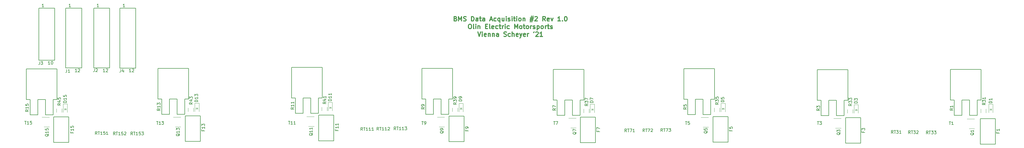
<source format=gbr>
G04 #@! TF.GenerationSoftware,KiCad,Pcbnew,5.0.2-bee76a0~70~ubuntu16.04.1*
G04 #@! TF.CreationDate,2019-11-05T16:08:15-05:00*
G04 #@! TF.ProjectId,DA_Board_2,44415f42-6f61-4726-945f-322e6b696361,rev?*
G04 #@! TF.SameCoordinates,Original*
G04 #@! TF.FileFunction,Legend,Top*
G04 #@! TF.FilePolarity,Positive*
%FSLAX46Y46*%
G04 Gerber Fmt 4.6, Leading zero omitted, Abs format (unit mm)*
G04 Created by KiCad (PCBNEW 5.0.2-bee76a0~70~ubuntu16.04.1) date Tue 05 Nov 2019 04:08:15 PM EST*
%MOMM*%
%LPD*%
G01*
G04 APERTURE LIST*
%ADD10C,0.300000*%
%ADD11C,0.120000*%
%ADD12C,0.100000*%
%ADD13C,0.150000*%
G04 APERTURE END LIST*
D10*
X126322028Y-96733057D02*
X126536314Y-96804485D01*
X126607742Y-96875914D01*
X126679171Y-97018771D01*
X126679171Y-97233057D01*
X126607742Y-97375914D01*
X126536314Y-97447342D01*
X126393457Y-97518771D01*
X125822028Y-97518771D01*
X125822028Y-96018771D01*
X126322028Y-96018771D01*
X126464885Y-96090200D01*
X126536314Y-96161628D01*
X126607742Y-96304485D01*
X126607742Y-96447342D01*
X126536314Y-96590200D01*
X126464885Y-96661628D01*
X126322028Y-96733057D01*
X125822028Y-96733057D01*
X127322028Y-97518771D02*
X127322028Y-96018771D01*
X127822028Y-97090200D01*
X128322028Y-96018771D01*
X128322028Y-97518771D01*
X128964885Y-97447342D02*
X129179171Y-97518771D01*
X129536314Y-97518771D01*
X129679171Y-97447342D01*
X129750600Y-97375914D01*
X129822028Y-97233057D01*
X129822028Y-97090200D01*
X129750600Y-96947342D01*
X129679171Y-96875914D01*
X129536314Y-96804485D01*
X129250600Y-96733057D01*
X129107742Y-96661628D01*
X129036314Y-96590200D01*
X128964885Y-96447342D01*
X128964885Y-96304485D01*
X129036314Y-96161628D01*
X129107742Y-96090200D01*
X129250600Y-96018771D01*
X129607742Y-96018771D01*
X129822028Y-96090200D01*
X131607742Y-97518771D02*
X131607742Y-96018771D01*
X131964885Y-96018771D01*
X132179171Y-96090200D01*
X132322028Y-96233057D01*
X132393457Y-96375914D01*
X132464885Y-96661628D01*
X132464885Y-96875914D01*
X132393457Y-97161628D01*
X132322028Y-97304485D01*
X132179171Y-97447342D01*
X131964885Y-97518771D01*
X131607742Y-97518771D01*
X133750600Y-97518771D02*
X133750600Y-96733057D01*
X133679171Y-96590200D01*
X133536314Y-96518771D01*
X133250600Y-96518771D01*
X133107742Y-96590200D01*
X133750600Y-97447342D02*
X133607742Y-97518771D01*
X133250600Y-97518771D01*
X133107742Y-97447342D01*
X133036314Y-97304485D01*
X133036314Y-97161628D01*
X133107742Y-97018771D01*
X133250600Y-96947342D01*
X133607742Y-96947342D01*
X133750600Y-96875914D01*
X134250600Y-96518771D02*
X134822028Y-96518771D01*
X134464885Y-96018771D02*
X134464885Y-97304485D01*
X134536314Y-97447342D01*
X134679171Y-97518771D01*
X134822028Y-97518771D01*
X135964885Y-97518771D02*
X135964885Y-96733057D01*
X135893457Y-96590200D01*
X135750600Y-96518771D01*
X135464885Y-96518771D01*
X135322028Y-96590200D01*
X135964885Y-97447342D02*
X135822028Y-97518771D01*
X135464885Y-97518771D01*
X135322028Y-97447342D01*
X135250600Y-97304485D01*
X135250600Y-97161628D01*
X135322028Y-97018771D01*
X135464885Y-96947342D01*
X135822028Y-96947342D01*
X135964885Y-96875914D01*
X137750600Y-97090200D02*
X138464885Y-97090200D01*
X137607742Y-97518771D02*
X138107742Y-96018771D01*
X138607742Y-97518771D01*
X139750600Y-97447342D02*
X139607742Y-97518771D01*
X139322028Y-97518771D01*
X139179171Y-97447342D01*
X139107742Y-97375914D01*
X139036314Y-97233057D01*
X139036314Y-96804485D01*
X139107742Y-96661628D01*
X139179171Y-96590200D01*
X139322028Y-96518771D01*
X139607742Y-96518771D01*
X139750600Y-96590200D01*
X141036314Y-96518771D02*
X141036314Y-98018771D01*
X141036314Y-97447342D02*
X140893457Y-97518771D01*
X140607742Y-97518771D01*
X140464885Y-97447342D01*
X140393457Y-97375914D01*
X140322028Y-97233057D01*
X140322028Y-96804485D01*
X140393457Y-96661628D01*
X140464885Y-96590200D01*
X140607742Y-96518771D01*
X140893457Y-96518771D01*
X141036314Y-96590200D01*
X142393457Y-96518771D02*
X142393457Y-97518771D01*
X141750600Y-96518771D02*
X141750600Y-97304485D01*
X141822028Y-97447342D01*
X141964885Y-97518771D01*
X142179171Y-97518771D01*
X142322028Y-97447342D01*
X142393457Y-97375914D01*
X143107742Y-97518771D02*
X143107742Y-96518771D01*
X143107742Y-96018771D02*
X143036314Y-96090200D01*
X143107742Y-96161628D01*
X143179171Y-96090200D01*
X143107742Y-96018771D01*
X143107742Y-96161628D01*
X143750600Y-97447342D02*
X143893457Y-97518771D01*
X144179171Y-97518771D01*
X144322028Y-97447342D01*
X144393457Y-97304485D01*
X144393457Y-97233057D01*
X144322028Y-97090200D01*
X144179171Y-97018771D01*
X143964885Y-97018771D01*
X143822028Y-96947342D01*
X143750600Y-96804485D01*
X143750600Y-96733057D01*
X143822028Y-96590200D01*
X143964885Y-96518771D01*
X144179171Y-96518771D01*
X144322028Y-96590200D01*
X145036314Y-97518771D02*
X145036314Y-96518771D01*
X145036314Y-96018771D02*
X144964885Y-96090200D01*
X145036314Y-96161628D01*
X145107742Y-96090200D01*
X145036314Y-96018771D01*
X145036314Y-96161628D01*
X145536314Y-96518771D02*
X146107742Y-96518771D01*
X145750600Y-96018771D02*
X145750600Y-97304485D01*
X145822028Y-97447342D01*
X145964885Y-97518771D01*
X146107742Y-97518771D01*
X146607742Y-97518771D02*
X146607742Y-96518771D01*
X146607742Y-96018771D02*
X146536314Y-96090200D01*
X146607742Y-96161628D01*
X146679171Y-96090200D01*
X146607742Y-96018771D01*
X146607742Y-96161628D01*
X147536314Y-97518771D02*
X147393457Y-97447342D01*
X147322028Y-97375914D01*
X147250600Y-97233057D01*
X147250600Y-96804485D01*
X147322028Y-96661628D01*
X147393457Y-96590200D01*
X147536314Y-96518771D01*
X147750600Y-96518771D01*
X147893457Y-96590200D01*
X147964885Y-96661628D01*
X148036314Y-96804485D01*
X148036314Y-97233057D01*
X147964885Y-97375914D01*
X147893457Y-97447342D01*
X147750600Y-97518771D01*
X147536314Y-97518771D01*
X148679171Y-96518771D02*
X148679171Y-97518771D01*
X148679171Y-96661628D02*
X148750600Y-96590200D01*
X148893457Y-96518771D01*
X149107742Y-96518771D01*
X149250600Y-96590200D01*
X149322028Y-96733057D01*
X149322028Y-97518771D01*
X151107742Y-96518771D02*
X152179171Y-96518771D01*
X151536314Y-95875914D02*
X151107742Y-97804485D01*
X152036314Y-97161628D02*
X150964885Y-97161628D01*
X151607742Y-97804485D02*
X152036314Y-95875914D01*
X152607742Y-96161628D02*
X152679171Y-96090200D01*
X152822028Y-96018771D01*
X153179171Y-96018771D01*
X153322028Y-96090200D01*
X153393457Y-96161628D01*
X153464885Y-96304485D01*
X153464885Y-96447342D01*
X153393457Y-96661628D01*
X152536314Y-97518771D01*
X153464885Y-97518771D01*
X156107742Y-97518771D02*
X155607742Y-96804485D01*
X155250600Y-97518771D02*
X155250600Y-96018771D01*
X155822028Y-96018771D01*
X155964885Y-96090200D01*
X156036314Y-96161628D01*
X156107742Y-96304485D01*
X156107742Y-96518771D01*
X156036314Y-96661628D01*
X155964885Y-96733057D01*
X155822028Y-96804485D01*
X155250600Y-96804485D01*
X157322028Y-97447342D02*
X157179171Y-97518771D01*
X156893457Y-97518771D01*
X156750600Y-97447342D01*
X156679171Y-97304485D01*
X156679171Y-96733057D01*
X156750600Y-96590200D01*
X156893457Y-96518771D01*
X157179171Y-96518771D01*
X157322028Y-96590200D01*
X157393457Y-96733057D01*
X157393457Y-96875914D01*
X156679171Y-97018771D01*
X157893457Y-96518771D02*
X158250600Y-97518771D01*
X158607742Y-96518771D01*
X161107742Y-97518771D02*
X160250600Y-97518771D01*
X160679171Y-97518771D02*
X160679171Y-96018771D01*
X160536314Y-96233057D01*
X160393457Y-96375914D01*
X160250600Y-96447342D01*
X161750600Y-97375914D02*
X161822028Y-97447342D01*
X161750600Y-97518771D01*
X161679171Y-97447342D01*
X161750600Y-97375914D01*
X161750600Y-97518771D01*
X162750600Y-96018771D02*
X162893457Y-96018771D01*
X163036314Y-96090200D01*
X163107742Y-96161628D01*
X163179171Y-96304485D01*
X163250600Y-96590200D01*
X163250600Y-96947342D01*
X163179171Y-97233057D01*
X163107742Y-97375914D01*
X163036314Y-97447342D01*
X162893457Y-97518771D01*
X162750600Y-97518771D01*
X162607742Y-97447342D01*
X162536314Y-97375914D01*
X162464885Y-97233057D01*
X162393457Y-96947342D01*
X162393457Y-96590200D01*
X162464885Y-96304485D01*
X162536314Y-96161628D01*
X162607742Y-96090200D01*
X162750600Y-96018771D01*
X130964885Y-98568771D02*
X131250600Y-98568771D01*
X131393457Y-98640200D01*
X131536314Y-98783057D01*
X131607742Y-99068771D01*
X131607742Y-99568771D01*
X131536314Y-99854485D01*
X131393457Y-99997342D01*
X131250600Y-100068771D01*
X130964885Y-100068771D01*
X130822028Y-99997342D01*
X130679171Y-99854485D01*
X130607742Y-99568771D01*
X130607742Y-99068771D01*
X130679171Y-98783057D01*
X130822028Y-98640200D01*
X130964885Y-98568771D01*
X132464885Y-100068771D02*
X132322028Y-99997342D01*
X132250600Y-99854485D01*
X132250600Y-98568771D01*
X133036314Y-100068771D02*
X133036314Y-99068771D01*
X133036314Y-98568771D02*
X132964885Y-98640200D01*
X133036314Y-98711628D01*
X133107742Y-98640200D01*
X133036314Y-98568771D01*
X133036314Y-98711628D01*
X133750600Y-99068771D02*
X133750600Y-100068771D01*
X133750600Y-99211628D02*
X133822028Y-99140200D01*
X133964885Y-99068771D01*
X134179171Y-99068771D01*
X134322028Y-99140200D01*
X134393457Y-99283057D01*
X134393457Y-100068771D01*
X136250600Y-99283057D02*
X136750600Y-99283057D01*
X136964885Y-100068771D02*
X136250600Y-100068771D01*
X136250600Y-98568771D01*
X136964885Y-98568771D01*
X137822028Y-100068771D02*
X137679171Y-99997342D01*
X137607742Y-99854485D01*
X137607742Y-98568771D01*
X138964885Y-99997342D02*
X138822028Y-100068771D01*
X138536314Y-100068771D01*
X138393457Y-99997342D01*
X138322028Y-99854485D01*
X138322028Y-99283057D01*
X138393457Y-99140200D01*
X138536314Y-99068771D01*
X138822028Y-99068771D01*
X138964885Y-99140200D01*
X139036314Y-99283057D01*
X139036314Y-99425914D01*
X138322028Y-99568771D01*
X140322028Y-99997342D02*
X140179171Y-100068771D01*
X139893457Y-100068771D01*
X139750600Y-99997342D01*
X139679171Y-99925914D01*
X139607742Y-99783057D01*
X139607742Y-99354485D01*
X139679171Y-99211628D01*
X139750600Y-99140200D01*
X139893457Y-99068771D01*
X140179171Y-99068771D01*
X140322028Y-99140200D01*
X140750600Y-99068771D02*
X141322028Y-99068771D01*
X140964885Y-98568771D02*
X140964885Y-99854485D01*
X141036314Y-99997342D01*
X141179171Y-100068771D01*
X141322028Y-100068771D01*
X141822028Y-100068771D02*
X141822028Y-99068771D01*
X141822028Y-99354485D02*
X141893457Y-99211628D01*
X141964885Y-99140200D01*
X142107742Y-99068771D01*
X142250600Y-99068771D01*
X142750600Y-100068771D02*
X142750600Y-99068771D01*
X142750600Y-98568771D02*
X142679171Y-98640200D01*
X142750600Y-98711628D01*
X142822028Y-98640200D01*
X142750600Y-98568771D01*
X142750600Y-98711628D01*
X144107742Y-99997342D02*
X143964885Y-100068771D01*
X143679171Y-100068771D01*
X143536314Y-99997342D01*
X143464885Y-99925914D01*
X143393457Y-99783057D01*
X143393457Y-99354485D01*
X143464885Y-99211628D01*
X143536314Y-99140200D01*
X143679171Y-99068771D01*
X143964885Y-99068771D01*
X144107742Y-99140200D01*
X145893457Y-100068771D02*
X145893457Y-98568771D01*
X146393457Y-99640200D01*
X146893457Y-98568771D01*
X146893457Y-100068771D01*
X147822028Y-100068771D02*
X147679171Y-99997342D01*
X147607742Y-99925914D01*
X147536314Y-99783057D01*
X147536314Y-99354485D01*
X147607742Y-99211628D01*
X147679171Y-99140200D01*
X147822028Y-99068771D01*
X148036314Y-99068771D01*
X148179171Y-99140200D01*
X148250600Y-99211628D01*
X148322028Y-99354485D01*
X148322028Y-99783057D01*
X148250600Y-99925914D01*
X148179171Y-99997342D01*
X148036314Y-100068771D01*
X147822028Y-100068771D01*
X148750600Y-99068771D02*
X149322028Y-99068771D01*
X148964885Y-98568771D02*
X148964885Y-99854485D01*
X149036314Y-99997342D01*
X149179171Y-100068771D01*
X149322028Y-100068771D01*
X150036314Y-100068771D02*
X149893457Y-99997342D01*
X149822028Y-99925914D01*
X149750600Y-99783057D01*
X149750600Y-99354485D01*
X149822028Y-99211628D01*
X149893457Y-99140200D01*
X150036314Y-99068771D01*
X150250600Y-99068771D01*
X150393457Y-99140200D01*
X150464885Y-99211628D01*
X150536314Y-99354485D01*
X150536314Y-99783057D01*
X150464885Y-99925914D01*
X150393457Y-99997342D01*
X150250600Y-100068771D01*
X150036314Y-100068771D01*
X151179171Y-100068771D02*
X151179171Y-99068771D01*
X151179171Y-99354485D02*
X151250600Y-99211628D01*
X151322028Y-99140200D01*
X151464885Y-99068771D01*
X151607742Y-99068771D01*
X152036314Y-99997342D02*
X152179171Y-100068771D01*
X152464885Y-100068771D01*
X152607742Y-99997342D01*
X152679171Y-99854485D01*
X152679171Y-99783057D01*
X152607742Y-99640200D01*
X152464885Y-99568771D01*
X152250600Y-99568771D01*
X152107742Y-99497342D01*
X152036314Y-99354485D01*
X152036314Y-99283057D01*
X152107742Y-99140200D01*
X152250600Y-99068771D01*
X152464885Y-99068771D01*
X152607742Y-99140200D01*
X153322028Y-99068771D02*
X153322028Y-100568771D01*
X153322028Y-99140200D02*
X153464885Y-99068771D01*
X153750600Y-99068771D01*
X153893457Y-99140200D01*
X153964885Y-99211628D01*
X154036314Y-99354485D01*
X154036314Y-99783057D01*
X153964885Y-99925914D01*
X153893457Y-99997342D01*
X153750600Y-100068771D01*
X153464885Y-100068771D01*
X153322028Y-99997342D01*
X154893457Y-100068771D02*
X154750600Y-99997342D01*
X154679171Y-99925914D01*
X154607742Y-99783057D01*
X154607742Y-99354485D01*
X154679171Y-99211628D01*
X154750600Y-99140200D01*
X154893457Y-99068771D01*
X155107742Y-99068771D01*
X155250600Y-99140200D01*
X155322028Y-99211628D01*
X155393457Y-99354485D01*
X155393457Y-99783057D01*
X155322028Y-99925914D01*
X155250600Y-99997342D01*
X155107742Y-100068771D01*
X154893457Y-100068771D01*
X156036314Y-100068771D02*
X156036314Y-99068771D01*
X156036314Y-99354485D02*
X156107742Y-99211628D01*
X156179171Y-99140200D01*
X156322028Y-99068771D01*
X156464885Y-99068771D01*
X156750600Y-99068771D02*
X157322028Y-99068771D01*
X156964885Y-98568771D02*
X156964885Y-99854485D01*
X157036314Y-99997342D01*
X157179171Y-100068771D01*
X157322028Y-100068771D01*
X157750600Y-99997342D02*
X157893457Y-100068771D01*
X158179171Y-100068771D01*
X158322028Y-99997342D01*
X158393457Y-99854485D01*
X158393457Y-99783057D01*
X158322028Y-99640200D01*
X158179171Y-99568771D01*
X157964885Y-99568771D01*
X157822028Y-99497342D01*
X157750600Y-99354485D01*
X157750600Y-99283057D01*
X157822028Y-99140200D01*
X157964885Y-99068771D01*
X158179171Y-99068771D01*
X158322028Y-99140200D01*
X133679171Y-101118771D02*
X134179171Y-102618771D01*
X134679171Y-101118771D01*
X135179171Y-102618771D02*
X135179171Y-101618771D01*
X135179171Y-101118771D02*
X135107742Y-101190200D01*
X135179171Y-101261628D01*
X135250600Y-101190200D01*
X135179171Y-101118771D01*
X135179171Y-101261628D01*
X136464885Y-102547342D02*
X136322028Y-102618771D01*
X136036314Y-102618771D01*
X135893457Y-102547342D01*
X135822028Y-102404485D01*
X135822028Y-101833057D01*
X135893457Y-101690200D01*
X136036314Y-101618771D01*
X136322028Y-101618771D01*
X136464885Y-101690200D01*
X136536314Y-101833057D01*
X136536314Y-101975914D01*
X135822028Y-102118771D01*
X137179171Y-101618771D02*
X137179171Y-102618771D01*
X137179171Y-101761628D02*
X137250600Y-101690200D01*
X137393457Y-101618771D01*
X137607742Y-101618771D01*
X137750600Y-101690200D01*
X137822028Y-101833057D01*
X137822028Y-102618771D01*
X138536314Y-101618771D02*
X138536314Y-102618771D01*
X138536314Y-101761628D02*
X138607742Y-101690200D01*
X138750600Y-101618771D01*
X138964885Y-101618771D01*
X139107742Y-101690200D01*
X139179171Y-101833057D01*
X139179171Y-102618771D01*
X140536314Y-102618771D02*
X140536314Y-101833057D01*
X140464885Y-101690200D01*
X140322028Y-101618771D01*
X140036314Y-101618771D01*
X139893457Y-101690200D01*
X140536314Y-102547342D02*
X140393457Y-102618771D01*
X140036314Y-102618771D01*
X139893457Y-102547342D01*
X139822028Y-102404485D01*
X139822028Y-102261628D01*
X139893457Y-102118771D01*
X140036314Y-102047342D01*
X140393457Y-102047342D01*
X140536314Y-101975914D01*
X142322028Y-102547342D02*
X142536314Y-102618771D01*
X142893457Y-102618771D01*
X143036314Y-102547342D01*
X143107742Y-102475914D01*
X143179171Y-102333057D01*
X143179171Y-102190200D01*
X143107742Y-102047342D01*
X143036314Y-101975914D01*
X142893457Y-101904485D01*
X142607742Y-101833057D01*
X142464885Y-101761628D01*
X142393457Y-101690200D01*
X142322028Y-101547342D01*
X142322028Y-101404485D01*
X142393457Y-101261628D01*
X142464885Y-101190200D01*
X142607742Y-101118771D01*
X142964885Y-101118771D01*
X143179171Y-101190200D01*
X144464885Y-102547342D02*
X144322028Y-102618771D01*
X144036314Y-102618771D01*
X143893457Y-102547342D01*
X143822028Y-102475914D01*
X143750600Y-102333057D01*
X143750600Y-101904485D01*
X143822028Y-101761628D01*
X143893457Y-101690200D01*
X144036314Y-101618771D01*
X144322028Y-101618771D01*
X144464885Y-101690200D01*
X145107742Y-102618771D02*
X145107742Y-101118771D01*
X145750600Y-102618771D02*
X145750600Y-101833057D01*
X145679171Y-101690200D01*
X145536314Y-101618771D01*
X145322028Y-101618771D01*
X145179171Y-101690200D01*
X145107742Y-101761628D01*
X147036314Y-102547342D02*
X146893457Y-102618771D01*
X146607742Y-102618771D01*
X146464885Y-102547342D01*
X146393457Y-102404485D01*
X146393457Y-101833057D01*
X146464885Y-101690200D01*
X146607742Y-101618771D01*
X146893457Y-101618771D01*
X147036314Y-101690200D01*
X147107742Y-101833057D01*
X147107742Y-101975914D01*
X146393457Y-102118771D01*
X147607742Y-101618771D02*
X147964885Y-102618771D01*
X148322028Y-101618771D02*
X147964885Y-102618771D01*
X147822028Y-102975914D01*
X147750600Y-103047342D01*
X147607742Y-103118771D01*
X149464885Y-102547342D02*
X149322028Y-102618771D01*
X149036314Y-102618771D01*
X148893457Y-102547342D01*
X148822028Y-102404485D01*
X148822028Y-101833057D01*
X148893457Y-101690200D01*
X149036314Y-101618771D01*
X149322028Y-101618771D01*
X149464885Y-101690200D01*
X149536314Y-101833057D01*
X149536314Y-101975914D01*
X148822028Y-102118771D01*
X150179171Y-102618771D02*
X150179171Y-101618771D01*
X150179171Y-101904485D02*
X150250600Y-101761628D01*
X150322028Y-101690200D01*
X150464885Y-101618771D01*
X150607742Y-101618771D01*
X152322028Y-101118771D02*
X152179171Y-101404485D01*
X152893457Y-101261628D02*
X152964885Y-101190200D01*
X153107742Y-101118771D01*
X153464885Y-101118771D01*
X153607742Y-101190200D01*
X153679171Y-101261628D01*
X153750600Y-101404485D01*
X153750600Y-101547342D01*
X153679171Y-101761628D01*
X152822028Y-102618771D01*
X153750600Y-102618771D01*
X155179171Y-102618771D02*
X154322028Y-102618771D01*
X154750600Y-102618771D02*
X154750600Y-101118771D01*
X154607742Y-101333057D01*
X154464885Y-101475914D01*
X154322028Y-101547342D01*
D11*
G04 #@! TO.C,D1*
X304331600Y-125098400D02*
X304331600Y-127898400D01*
X302931600Y-125098400D02*
X302931600Y-127898400D01*
X304331600Y-125098400D02*
X302931600Y-125098400D01*
D12*
X303631600Y-126698400D02*
X303931600Y-126998400D01*
X303931600Y-126998400D02*
X303981600Y-127048400D01*
X303981600Y-127048400D02*
X303331600Y-127048400D01*
X303281600Y-127048400D02*
X303331600Y-127048400D01*
X303331600Y-127048400D02*
X303281600Y-127048400D01*
X303281600Y-127048400D02*
X303631600Y-126698400D01*
X303631600Y-126698400D02*
X303981600Y-126698400D01*
X303281600Y-126698400D02*
X303631600Y-126698400D01*
G04 #@! TO.C,D3*
X258679200Y-126843000D02*
X259029200Y-126843000D01*
X259029200Y-126843000D02*
X259379200Y-126843000D01*
X258679200Y-127193000D02*
X259029200Y-126843000D01*
X258729200Y-127193000D02*
X258679200Y-127193000D01*
X258679200Y-127193000D02*
X258729200Y-127193000D01*
X259379200Y-127193000D02*
X258729200Y-127193000D01*
X259329200Y-127143000D02*
X259379200Y-127193000D01*
X259029200Y-126843000D02*
X259329200Y-127143000D01*
D11*
X259729200Y-125243000D02*
X258329200Y-125243000D01*
X258329200Y-125243000D02*
X258329200Y-128043000D01*
X259729200Y-125243000D02*
X259729200Y-128043000D01*
G04 #@! TO.C,D5*
X215660200Y-124819000D02*
X215660200Y-127619000D01*
X214260200Y-124819000D02*
X214260200Y-127619000D01*
X215660200Y-124819000D02*
X214260200Y-124819000D01*
D12*
X214960200Y-126419000D02*
X215260200Y-126719000D01*
X215260200Y-126719000D02*
X215310200Y-126769000D01*
X215310200Y-126769000D02*
X214660200Y-126769000D01*
X214610200Y-126769000D02*
X214660200Y-126769000D01*
X214660200Y-126769000D02*
X214610200Y-126769000D01*
X214610200Y-126769000D02*
X214960200Y-126419000D01*
X214960200Y-126419000D02*
X215310200Y-126419000D01*
X214610200Y-126419000D02*
X214960200Y-126419000D01*
D11*
G04 #@! TO.C,D7*
X172327800Y-125123800D02*
X172327800Y-127923800D01*
X170927800Y-125123800D02*
X170927800Y-127923800D01*
X172327800Y-125123800D02*
X170927800Y-125123800D01*
D12*
X171627800Y-126723800D02*
X171927800Y-127023800D01*
X171927800Y-127023800D02*
X171977800Y-127073800D01*
X171977800Y-127073800D02*
X171327800Y-127073800D01*
X171277800Y-127073800D02*
X171327800Y-127073800D01*
X171327800Y-127073800D02*
X171277800Y-127073800D01*
X171277800Y-127073800D02*
X171627800Y-126723800D01*
X171627800Y-126723800D02*
X171977800Y-126723800D01*
X171277800Y-126723800D02*
X171627800Y-126723800D01*
G04 #@! TO.C,D9*
X127767600Y-126393600D02*
X128117600Y-126393600D01*
X128117600Y-126393600D02*
X128467600Y-126393600D01*
X127767600Y-126743600D02*
X128117600Y-126393600D01*
X127817600Y-126743600D02*
X127767600Y-126743600D01*
X127767600Y-126743600D02*
X127817600Y-126743600D01*
X128467600Y-126743600D02*
X127817600Y-126743600D01*
X128417600Y-126693600D02*
X128467600Y-126743600D01*
X128117600Y-126393600D02*
X128417600Y-126693600D01*
D11*
X128817600Y-124793600D02*
X127417600Y-124793600D01*
X127417600Y-124793600D02*
X127417600Y-127593600D01*
X128817600Y-124793600D02*
X128817600Y-127593600D01*
D12*
G04 #@! TO.C,D11*
X84435200Y-126088800D02*
X84785200Y-126088800D01*
X84785200Y-126088800D02*
X85135200Y-126088800D01*
X84435200Y-126438800D02*
X84785200Y-126088800D01*
X84485200Y-126438800D02*
X84435200Y-126438800D01*
X84435200Y-126438800D02*
X84485200Y-126438800D01*
X85135200Y-126438800D02*
X84485200Y-126438800D01*
X85085200Y-126388800D02*
X85135200Y-126438800D01*
X84785200Y-126088800D02*
X85085200Y-126388800D01*
D11*
X85485200Y-124488800D02*
X84085200Y-124488800D01*
X84085200Y-124488800D02*
X84085200Y-127288800D01*
X85485200Y-124488800D02*
X85485200Y-127288800D01*
D12*
G04 #@! TO.C,D13*
X40264600Y-126317400D02*
X40614600Y-126317400D01*
X40614600Y-126317400D02*
X40964600Y-126317400D01*
X40264600Y-126667400D02*
X40614600Y-126317400D01*
X40314600Y-126667400D02*
X40264600Y-126667400D01*
X40264600Y-126667400D02*
X40314600Y-126667400D01*
X40964600Y-126667400D02*
X40314600Y-126667400D01*
X40914600Y-126617400D02*
X40964600Y-126667400D01*
X40614600Y-126317400D02*
X40914600Y-126617400D01*
D11*
X41314600Y-124717400D02*
X39914600Y-124717400D01*
X39914600Y-124717400D02*
X39914600Y-127517400D01*
X41314600Y-124717400D02*
X41314600Y-127517400D01*
G04 #@! TO.C,D15*
X-2297200Y-124989000D02*
X-2297200Y-127789000D01*
X-3697200Y-124989000D02*
X-3697200Y-127789000D01*
X-2297200Y-124989000D02*
X-3697200Y-124989000D01*
D12*
X-2997200Y-126589000D02*
X-2697200Y-126889000D01*
X-2697200Y-126889000D02*
X-2647200Y-126939000D01*
X-2647200Y-126939000D02*
X-3297200Y-126939000D01*
X-3347200Y-126939000D02*
X-3297200Y-126939000D01*
X-3297200Y-126939000D02*
X-3347200Y-126939000D01*
X-3347200Y-126939000D02*
X-2997200Y-126589000D01*
X-2997200Y-126589000D02*
X-2647200Y-126589000D01*
X-3347200Y-126589000D02*
X-2997200Y-126589000D01*
D13*
G04 #@! TO.C,F1*
X300141000Y-138406000D02*
X300141000Y-129906000D01*
X300141000Y-129906000D02*
X305141000Y-129906000D01*
X305141000Y-129906000D02*
X305141000Y-138406000D01*
X305141000Y-138406000D02*
X300141000Y-138406000D01*
G04 #@! TO.C,F3*
X260564000Y-138050400D02*
X255564000Y-138050400D01*
X260564000Y-129550400D02*
X260564000Y-138050400D01*
X255564000Y-129550400D02*
X260564000Y-129550400D01*
X255564000Y-138050400D02*
X255564000Y-129550400D01*
G04 #@! TO.C,F5*
X211596600Y-137694800D02*
X211596600Y-129194800D01*
X211596600Y-129194800D02*
X216596600Y-129194800D01*
X216596600Y-129194800D02*
X216596600Y-137694800D01*
X216596600Y-137694800D02*
X211596600Y-137694800D01*
G04 #@! TO.C,F7*
X172705400Y-137872600D02*
X167705400Y-137872600D01*
X172705400Y-129372600D02*
X172705400Y-137872600D01*
X167705400Y-129372600D02*
X172705400Y-129372600D01*
X167705400Y-137872600D02*
X167705400Y-129372600D01*
G04 #@! TO.C,F9*
X124144400Y-137542400D02*
X124144400Y-129042400D01*
X124144400Y-129042400D02*
X129144400Y-129042400D01*
X129144400Y-129042400D02*
X129144400Y-137542400D01*
X129144400Y-137542400D02*
X124144400Y-137542400D01*
G04 #@! TO.C,F11*
X85989800Y-137263000D02*
X80989800Y-137263000D01*
X85989800Y-128763000D02*
X85989800Y-137263000D01*
X80989800Y-128763000D02*
X85989800Y-128763000D01*
X80989800Y-137263000D02*
X80989800Y-128763000D01*
G04 #@! TO.C,F13*
X36793800Y-137491600D02*
X36793800Y-128991600D01*
X36793800Y-128991600D02*
X41793800Y-128991600D01*
X41793800Y-128991600D02*
X41793800Y-137491600D01*
X41793800Y-137491600D02*
X36793800Y-137491600D01*
G04 #@! TO.C,F15*
X-1843400Y-137796400D02*
X-6843400Y-137796400D01*
X-1843400Y-129296400D02*
X-1843400Y-137796400D01*
X-6843400Y-129296400D02*
X-1843400Y-129296400D01*
X-6843400Y-137796400D02*
X-6843400Y-129296400D01*
G04 #@! TO.C,J1*
X-2853200Y-113074400D02*
X2446800Y-113074400D01*
X-2853200Y-93224400D02*
X2446800Y-93224400D01*
X-2853200Y-113074400D02*
X-2853200Y-93224400D01*
X2446800Y-113074400D02*
X2446800Y-93224400D01*
G04 #@! TO.C,J2*
X11730500Y-113061700D02*
X11730500Y-93211700D01*
X6430500Y-113061700D02*
X6430500Y-93211700D01*
X6430500Y-93211700D02*
X11730500Y-93211700D01*
X6430500Y-113061700D02*
X11730500Y-113061700D01*
G04 #@! TO.C,J3*
X-11768600Y-110559800D02*
X-6468600Y-110559800D01*
X-11768600Y-93249800D02*
X-6468600Y-93249800D01*
X-11768600Y-110559800D02*
X-11768600Y-93249800D01*
X-6468600Y-110559800D02*
X-6468600Y-93249800D01*
G04 #@! TO.C,J4*
X15066500Y-113112500D02*
X20366500Y-113112500D01*
X15066500Y-93262500D02*
X20366500Y-93262500D01*
X15066500Y-113112500D02*
X15066500Y-93262500D01*
X20366500Y-113112500D02*
X20366500Y-93262500D01*
G04 #@! TO.C,R1*
X294081200Y-123748800D02*
X294081200Y-128828800D01*
X296621200Y-123748800D02*
X294081200Y-123748800D01*
X296621200Y-128828800D02*
X296621200Y-123748800D01*
X299161200Y-128828800D02*
X296621200Y-128828800D01*
X299161200Y-123748800D02*
X299161200Y-128828800D01*
X300431200Y-123748800D02*
X299161200Y-123748800D01*
X300431200Y-113588800D02*
X300431200Y-123748800D01*
X290271200Y-113588800D02*
X300431200Y-113588800D01*
X290271200Y-123748800D02*
X290271200Y-113588800D01*
X291541200Y-123748800D02*
X290271200Y-123748800D01*
X291541200Y-128828800D02*
X291541200Y-123748800D01*
X294081200Y-128828800D02*
X291541200Y-128828800D01*
G04 #@! TO.C,R3*
X249961400Y-128930400D02*
X247421400Y-128930400D01*
X247421400Y-128930400D02*
X247421400Y-123850400D01*
X247421400Y-123850400D02*
X246151400Y-123850400D01*
X246151400Y-123850400D02*
X246151400Y-113690400D01*
X246151400Y-113690400D02*
X256311400Y-113690400D01*
X256311400Y-113690400D02*
X256311400Y-123850400D01*
X256311400Y-123850400D02*
X255041400Y-123850400D01*
X255041400Y-123850400D02*
X255041400Y-128930400D01*
X255041400Y-128930400D02*
X252501400Y-128930400D01*
X252501400Y-128930400D02*
X252501400Y-123850400D01*
X252501400Y-123850400D02*
X249961400Y-123850400D01*
X249961400Y-123850400D02*
X249961400Y-128930400D01*
G04 #@! TO.C,R5*
X205740000Y-123444000D02*
X205740000Y-128524000D01*
X208280000Y-123444000D02*
X205740000Y-123444000D01*
X208280000Y-128524000D02*
X208280000Y-123444000D01*
X210820000Y-128524000D02*
X208280000Y-128524000D01*
X210820000Y-123444000D02*
X210820000Y-128524000D01*
X212090000Y-123444000D02*
X210820000Y-123444000D01*
X212090000Y-113284000D02*
X212090000Y-123444000D01*
X201930000Y-113284000D02*
X212090000Y-113284000D01*
X201930000Y-123444000D02*
X201930000Y-113284000D01*
X203200000Y-123444000D02*
X201930000Y-123444000D01*
X203200000Y-128524000D02*
X203200000Y-123444000D01*
X205740000Y-128524000D02*
X203200000Y-128524000D01*
G04 #@! TO.C,R7*
X162509200Y-128803400D02*
X159969200Y-128803400D01*
X159969200Y-128803400D02*
X159969200Y-123723400D01*
X159969200Y-123723400D02*
X158699200Y-123723400D01*
X158699200Y-123723400D02*
X158699200Y-113563400D01*
X158699200Y-113563400D02*
X168859200Y-113563400D01*
X168859200Y-113563400D02*
X168859200Y-123723400D01*
X168859200Y-123723400D02*
X167589200Y-123723400D01*
X167589200Y-123723400D02*
X167589200Y-128803400D01*
X167589200Y-128803400D02*
X165049200Y-128803400D01*
X165049200Y-128803400D02*
X165049200Y-123723400D01*
X165049200Y-123723400D02*
X162509200Y-123723400D01*
X162509200Y-123723400D02*
X162509200Y-128803400D01*
G04 #@! TO.C,R9*
X118973600Y-123393200D02*
X118973600Y-128473200D01*
X121513600Y-123393200D02*
X118973600Y-123393200D01*
X121513600Y-128473200D02*
X121513600Y-123393200D01*
X124053600Y-128473200D02*
X121513600Y-128473200D01*
X124053600Y-123393200D02*
X124053600Y-128473200D01*
X125323600Y-123393200D02*
X124053600Y-123393200D01*
X125323600Y-113233200D02*
X125323600Y-123393200D01*
X115163600Y-113233200D02*
X125323600Y-113233200D01*
X115163600Y-123393200D02*
X115163600Y-113233200D01*
X116433600Y-123393200D02*
X115163600Y-123393200D01*
X116433600Y-128473200D02*
X116433600Y-123393200D01*
X118973600Y-128473200D02*
X116433600Y-128473200D01*
G04 #@! TO.C,R11*
X75793600Y-123063000D02*
X75793600Y-128143000D01*
X78333600Y-123063000D02*
X75793600Y-123063000D01*
X78333600Y-128143000D02*
X78333600Y-123063000D01*
X80873600Y-128143000D02*
X78333600Y-128143000D01*
X80873600Y-123063000D02*
X80873600Y-128143000D01*
X82143600Y-123063000D02*
X80873600Y-123063000D01*
X82143600Y-112903000D02*
X82143600Y-123063000D01*
X71983600Y-112903000D02*
X82143600Y-112903000D01*
X71983600Y-123063000D02*
X71983600Y-112903000D01*
X73253600Y-123063000D02*
X71983600Y-123063000D01*
X73253600Y-128143000D02*
X73253600Y-123063000D01*
X75793600Y-128143000D02*
X73253600Y-128143000D01*
G04 #@! TO.C,R13*
X31496000Y-128447800D02*
X28956000Y-128447800D01*
X28956000Y-128447800D02*
X28956000Y-123367800D01*
X28956000Y-123367800D02*
X27686000Y-123367800D01*
X27686000Y-123367800D02*
X27686000Y-113207800D01*
X27686000Y-113207800D02*
X37846000Y-113207800D01*
X37846000Y-113207800D02*
X37846000Y-123367800D01*
X37846000Y-123367800D02*
X36576000Y-123367800D01*
X36576000Y-123367800D02*
X36576000Y-128447800D01*
X36576000Y-128447800D02*
X34036000Y-128447800D01*
X34036000Y-128447800D02*
X34036000Y-123367800D01*
X34036000Y-123367800D02*
X31496000Y-123367800D01*
X31496000Y-123367800D02*
X31496000Y-128447800D01*
G04 #@! TO.C,R15*
X-12115800Y-128625600D02*
X-14655800Y-128625600D01*
X-14655800Y-128625600D02*
X-14655800Y-123545600D01*
X-14655800Y-123545600D02*
X-15925800Y-123545600D01*
X-15925800Y-123545600D02*
X-15925800Y-113385600D01*
X-15925800Y-113385600D02*
X-5765800Y-113385600D01*
X-5765800Y-113385600D02*
X-5765800Y-123545600D01*
X-5765800Y-123545600D02*
X-7035800Y-123545600D01*
X-7035800Y-123545600D02*
X-7035800Y-128625600D01*
X-7035800Y-128625600D02*
X-9575800Y-128625600D01*
X-9575800Y-128625600D02*
X-9575800Y-123545600D01*
X-9575800Y-123545600D02*
X-12115800Y-123545600D01*
X-12115800Y-123545600D02*
X-12115800Y-128625600D01*
D11*
G04 #@! TO.C,R31*
X302073200Y-126730200D02*
X302073200Y-127930200D01*
X300313200Y-127930200D02*
X300313200Y-126730200D01*
G04 #@! TO.C,R33*
X256168000Y-128031800D02*
X256168000Y-126831800D01*
X257928000Y-126831800D02*
X257928000Y-128031800D01*
G04 #@! TO.C,R35*
X212073600Y-127600000D02*
X212073600Y-126400000D01*
X213833600Y-126400000D02*
X213833600Y-127600000D01*
G04 #@! TO.C,R37*
X170552000Y-126730200D02*
X170552000Y-127930200D01*
X168792000Y-127930200D02*
X168792000Y-126730200D01*
G04 #@! TO.C,R39*
X125256400Y-127584800D02*
X125256400Y-126384800D01*
X127016400Y-126384800D02*
X127016400Y-127584800D01*
G04 #@! TO.C,R41*
X83734800Y-126080000D02*
X83734800Y-127280000D01*
X81974800Y-127280000D02*
X81974800Y-126080000D01*
G04 #@! TO.C,R43*
X37728000Y-127523800D02*
X37728000Y-126323800D01*
X39488000Y-126323800D02*
X39488000Y-127523800D01*
G04 #@! TO.C,R45*
X-4123800Y-126577800D02*
X-4123800Y-127777800D01*
X-5883800Y-127777800D02*
X-5883800Y-126577800D01*
G04 #@! TO.C,Q1*
X296432400Y-133207400D02*
X298232400Y-133207400D01*
X298232400Y-129987400D02*
X295782400Y-129987400D01*
G04 #@! TO.C,Q3*
X254011000Y-129860400D02*
X251561000Y-129860400D01*
X252211000Y-133080400D02*
X254011000Y-133080400D01*
G04 #@! TO.C,Q5*
X208275600Y-132733400D02*
X210075600Y-132733400D01*
X210075600Y-129513400D02*
X207625600Y-129513400D01*
G04 #@! TO.C,Q7*
X164454000Y-132928000D02*
X166254000Y-132928000D01*
X166254000Y-129708000D02*
X163804000Y-129708000D01*
G04 #@! TO.C,Q9*
X122667600Y-129377800D02*
X120217600Y-129377800D01*
X120867600Y-132597800D02*
X122667600Y-132597800D01*
G04 #@! TO.C,Q11*
X79411400Y-129200000D02*
X76961400Y-129200000D01*
X77611400Y-132420000D02*
X79411400Y-132420000D01*
G04 #@! TO.C,Q13*
X35240800Y-129428600D02*
X32790800Y-129428600D01*
X33440800Y-132648600D02*
X35240800Y-132648600D01*
G04 #@! TO.C,Q15*
X-10069400Y-132623200D02*
X-8269400Y-132623200D01*
X-8269400Y-129403200D02*
X-10719400Y-129403200D01*
G04 #@! TO.C,D1*
D13*
X304033180Y-124690095D02*
X303033180Y-124690095D01*
X303033180Y-124452000D01*
X303080800Y-124309142D01*
X303176038Y-124213904D01*
X303271276Y-124166285D01*
X303461752Y-124118666D01*
X303604609Y-124118666D01*
X303795085Y-124166285D01*
X303890323Y-124213904D01*
X303985561Y-124309142D01*
X304033180Y-124452000D01*
X304033180Y-124690095D01*
X304033180Y-123166285D02*
X304033180Y-123737714D01*
X304033180Y-123452000D02*
X303033180Y-123452000D01*
X303176038Y-123547238D01*
X303271276Y-123642476D01*
X303318895Y-123737714D01*
G04 #@! TO.C,D3*
X259456180Y-124707695D02*
X258456180Y-124707695D01*
X258456180Y-124469600D01*
X258503800Y-124326742D01*
X258599038Y-124231504D01*
X258694276Y-124183885D01*
X258884752Y-124136266D01*
X259027609Y-124136266D01*
X259218085Y-124183885D01*
X259313323Y-124231504D01*
X259408561Y-124326742D01*
X259456180Y-124469600D01*
X259456180Y-124707695D01*
X258456180Y-123802933D02*
X258456180Y-123183885D01*
X258837133Y-123517219D01*
X258837133Y-123374361D01*
X258884752Y-123279123D01*
X258932371Y-123231504D01*
X259027609Y-123183885D01*
X259265704Y-123183885D01*
X259360942Y-123231504D01*
X259408561Y-123279123D01*
X259456180Y-123374361D01*
X259456180Y-123660076D01*
X259408561Y-123755314D01*
X259360942Y-123802933D01*
G04 #@! TO.C,D5*
X215285580Y-124359895D02*
X214285580Y-124359895D01*
X214285580Y-124121800D01*
X214333200Y-123978942D01*
X214428438Y-123883704D01*
X214523676Y-123836085D01*
X214714152Y-123788466D01*
X214857009Y-123788466D01*
X215047485Y-123836085D01*
X215142723Y-123883704D01*
X215237961Y-123978942D01*
X215285580Y-124121800D01*
X215285580Y-124359895D01*
X214285580Y-122883704D02*
X214285580Y-123359895D01*
X214761771Y-123407514D01*
X214714152Y-123359895D01*
X214666533Y-123264657D01*
X214666533Y-123026561D01*
X214714152Y-122931323D01*
X214761771Y-122883704D01*
X214857009Y-122836085D01*
X215095104Y-122836085D01*
X215190342Y-122883704D01*
X215237961Y-122931323D01*
X215285580Y-123026561D01*
X215285580Y-123264657D01*
X215237961Y-123359895D01*
X215190342Y-123407514D01*
G04 #@! TO.C,D7*
X171902380Y-124537695D02*
X170902380Y-124537695D01*
X170902380Y-124299600D01*
X170950000Y-124156742D01*
X171045238Y-124061504D01*
X171140476Y-124013885D01*
X171330952Y-123966266D01*
X171473809Y-123966266D01*
X171664285Y-124013885D01*
X171759523Y-124061504D01*
X171854761Y-124156742D01*
X171902380Y-124299600D01*
X171902380Y-124537695D01*
X170902380Y-123632933D02*
X170902380Y-122966266D01*
X171902380Y-123394838D01*
G04 #@! TO.C,D9*
X128417580Y-124080495D02*
X127417580Y-124080495D01*
X127417580Y-123842400D01*
X127465200Y-123699542D01*
X127560438Y-123604304D01*
X127655676Y-123556685D01*
X127846152Y-123509066D01*
X127989009Y-123509066D01*
X128179485Y-123556685D01*
X128274723Y-123604304D01*
X128369961Y-123699542D01*
X128417580Y-123842400D01*
X128417580Y-124080495D01*
X128417580Y-123032876D02*
X128417580Y-122842400D01*
X128369961Y-122747161D01*
X128322342Y-122699542D01*
X128179485Y-122604304D01*
X127989009Y-122556685D01*
X127608057Y-122556685D01*
X127512819Y-122604304D01*
X127465200Y-122651923D01*
X127417580Y-122747161D01*
X127417580Y-122937638D01*
X127465200Y-123032876D01*
X127512819Y-123080495D01*
X127608057Y-123128114D01*
X127846152Y-123128114D01*
X127941390Y-123080495D01*
X127989009Y-123032876D01*
X128036628Y-122937638D01*
X128036628Y-122747161D01*
X127989009Y-122651923D01*
X127941390Y-122604304D01*
X127846152Y-122556685D01*
G04 #@! TO.C,D11*
X85212180Y-123972485D02*
X84212180Y-123972485D01*
X84212180Y-123734390D01*
X84259800Y-123591533D01*
X84355038Y-123496295D01*
X84450276Y-123448676D01*
X84640752Y-123401057D01*
X84783609Y-123401057D01*
X84974085Y-123448676D01*
X85069323Y-123496295D01*
X85164561Y-123591533D01*
X85212180Y-123734390D01*
X85212180Y-123972485D01*
X85212180Y-122448676D02*
X85212180Y-123020104D01*
X85212180Y-122734390D02*
X84212180Y-122734390D01*
X84355038Y-122829628D01*
X84450276Y-122924866D01*
X84497895Y-123020104D01*
X85212180Y-121496295D02*
X85212180Y-122067723D01*
X85212180Y-121782009D02*
X84212180Y-121782009D01*
X84355038Y-121877247D01*
X84450276Y-121972485D01*
X84497895Y-122067723D01*
G04 #@! TO.C,D13*
X40914580Y-124277285D02*
X39914580Y-124277285D01*
X39914580Y-124039190D01*
X39962200Y-123896333D01*
X40057438Y-123801095D01*
X40152676Y-123753476D01*
X40343152Y-123705857D01*
X40486009Y-123705857D01*
X40676485Y-123753476D01*
X40771723Y-123801095D01*
X40866961Y-123896333D01*
X40914580Y-124039190D01*
X40914580Y-124277285D01*
X40914580Y-122753476D02*
X40914580Y-123324904D01*
X40914580Y-123039190D02*
X39914580Y-123039190D01*
X40057438Y-123134428D01*
X40152676Y-123229666D01*
X40200295Y-123324904D01*
X39914580Y-122420142D02*
X39914580Y-121801095D01*
X40295533Y-122134428D01*
X40295533Y-121991571D01*
X40343152Y-121896333D01*
X40390771Y-121848714D01*
X40486009Y-121801095D01*
X40724104Y-121801095D01*
X40819342Y-121848714D01*
X40866961Y-121896333D01*
X40914580Y-121991571D01*
X40914580Y-122277285D01*
X40866961Y-122372523D01*
X40819342Y-122420142D01*
G04 #@! TO.C,D15*
X-2570219Y-124574285D02*
X-3570219Y-124574285D01*
X-3570219Y-124336190D01*
X-3522600Y-124193333D01*
X-3427361Y-124098095D01*
X-3332123Y-124050476D01*
X-3141647Y-124002857D01*
X-2998790Y-124002857D01*
X-2808314Y-124050476D01*
X-2713076Y-124098095D01*
X-2617838Y-124193333D01*
X-2570219Y-124336190D01*
X-2570219Y-124574285D01*
X-2570219Y-123050476D02*
X-2570219Y-123621904D01*
X-2570219Y-123336190D02*
X-3570219Y-123336190D01*
X-3427361Y-123431428D01*
X-3332123Y-123526666D01*
X-3284504Y-123621904D01*
X-3570219Y-122145714D02*
X-3570219Y-122621904D01*
X-3094028Y-122669523D01*
X-3141647Y-122621904D01*
X-3189266Y-122526666D01*
X-3189266Y-122288571D01*
X-3141647Y-122193333D01*
X-3094028Y-122145714D01*
X-2998790Y-122098095D01*
X-2760695Y-122098095D01*
X-2665457Y-122145714D01*
X-2617838Y-122193333D01*
X-2570219Y-122288571D01*
X-2570219Y-122526666D01*
X-2617838Y-122621904D01*
X-2665457Y-122669523D01*
G04 #@! TO.C,F1*
X305998571Y-134369133D02*
X305998571Y-134702466D01*
X306522380Y-134702466D02*
X305522380Y-134702466D01*
X305522380Y-134226276D01*
X306522380Y-133321514D02*
X306522380Y-133892942D01*
X306522380Y-133607228D02*
X305522380Y-133607228D01*
X305665238Y-133702466D01*
X305760476Y-133797704D01*
X305808095Y-133892942D01*
G04 #@! TO.C,F3*
X261396171Y-134140533D02*
X261396171Y-134473866D01*
X261919980Y-134473866D02*
X260919980Y-134473866D01*
X260919980Y-133997676D01*
X260919980Y-133711961D02*
X260919980Y-133092914D01*
X261300933Y-133426247D01*
X261300933Y-133283390D01*
X261348552Y-133188152D01*
X261396171Y-133140533D01*
X261491409Y-133092914D01*
X261729504Y-133092914D01*
X261824742Y-133140533D01*
X261872361Y-133188152D01*
X261919980Y-133283390D01*
X261919980Y-133569104D01*
X261872361Y-133664342D01*
X261824742Y-133711961D01*
G04 #@! TO.C,F5*
X217504971Y-133683333D02*
X217504971Y-134016666D01*
X218028780Y-134016666D02*
X217028780Y-134016666D01*
X217028780Y-133540476D01*
X217028780Y-132683333D02*
X217028780Y-133159523D01*
X217504971Y-133207142D01*
X217457352Y-133159523D01*
X217409733Y-133064285D01*
X217409733Y-132826190D01*
X217457352Y-132730952D01*
X217504971Y-132683333D01*
X217600209Y-132635714D01*
X217838304Y-132635714D01*
X217933542Y-132683333D01*
X217981161Y-132730952D01*
X218028780Y-132826190D01*
X218028780Y-133064285D01*
X217981161Y-133159523D01*
X217933542Y-133207142D01*
G04 #@! TO.C,F7*
X173588371Y-133861133D02*
X173588371Y-134194466D01*
X174112180Y-134194466D02*
X173112180Y-134194466D01*
X173112180Y-133718276D01*
X173112180Y-133432561D02*
X173112180Y-132765895D01*
X174112180Y-133194466D01*
G04 #@! TO.C,F9*
X130078171Y-133657933D02*
X130078171Y-133991266D01*
X130601980Y-133991266D02*
X129601980Y-133991266D01*
X129601980Y-133515076D01*
X130601980Y-133086504D02*
X130601980Y-132896028D01*
X130554361Y-132800790D01*
X130506742Y-132753171D01*
X130363885Y-132657933D01*
X130173409Y-132610314D01*
X129792457Y-132610314D01*
X129697219Y-132657933D01*
X129649600Y-132705552D01*
X129601980Y-132800790D01*
X129601980Y-132991266D01*
X129649600Y-133086504D01*
X129697219Y-133134123D01*
X129792457Y-133181742D01*
X130030552Y-133181742D01*
X130125790Y-133134123D01*
X130173409Y-133086504D01*
X130221028Y-132991266D01*
X130221028Y-132800790D01*
X130173409Y-132705552D01*
X130125790Y-132657933D01*
X130030552Y-132610314D01*
G04 #@! TO.C,F11*
X86974371Y-133524523D02*
X86974371Y-133857857D01*
X87498180Y-133857857D02*
X86498180Y-133857857D01*
X86498180Y-133381666D01*
X87498180Y-132476904D02*
X87498180Y-133048333D01*
X87498180Y-132762619D02*
X86498180Y-132762619D01*
X86641038Y-132857857D01*
X86736276Y-132953095D01*
X86783895Y-133048333D01*
X87498180Y-131524523D02*
X87498180Y-132095952D01*
X87498180Y-131810238D02*
X86498180Y-131810238D01*
X86641038Y-131905476D01*
X86736276Y-132000714D01*
X86783895Y-132095952D01*
G04 #@! TO.C,F13*
X42676771Y-133651523D02*
X42676771Y-133984857D01*
X43200580Y-133984857D02*
X42200580Y-133984857D01*
X42200580Y-133508666D01*
X43200580Y-132603904D02*
X43200580Y-133175333D01*
X43200580Y-132889619D02*
X42200580Y-132889619D01*
X42343438Y-132984857D01*
X42438676Y-133080095D01*
X42486295Y-133175333D01*
X42200580Y-132270571D02*
X42200580Y-131651523D01*
X42581533Y-131984857D01*
X42581533Y-131842000D01*
X42629152Y-131746761D01*
X42676771Y-131699142D01*
X42772009Y-131651523D01*
X43010104Y-131651523D01*
X43105342Y-131699142D01*
X43152961Y-131746761D01*
X43200580Y-131842000D01*
X43200580Y-132127714D01*
X43152961Y-132222952D01*
X43105342Y-132270571D01*
G04 #@! TO.C,F15*
X-757228Y-134337323D02*
X-757228Y-134670657D01*
X-233419Y-134670657D02*
X-1233419Y-134670657D01*
X-1233419Y-134194466D01*
X-233419Y-133289704D02*
X-233419Y-133861133D01*
X-233419Y-133575419D02*
X-1233419Y-133575419D01*
X-1090561Y-133670657D01*
X-995323Y-133765895D01*
X-947704Y-133861133D01*
X-1233419Y-132384942D02*
X-1233419Y-132861133D01*
X-757228Y-132908752D01*
X-804847Y-132861133D01*
X-852466Y-132765895D01*
X-852466Y-132527800D01*
X-804847Y-132432561D01*
X-757228Y-132384942D01*
X-661990Y-132337323D01*
X-423895Y-132337323D01*
X-328657Y-132384942D01*
X-281038Y-132432561D01*
X-233419Y-132527800D01*
X-233419Y-132765895D01*
X-281038Y-132861133D01*
X-328657Y-132908752D01*
G04 #@! TO.C,J1*
X-2466933Y-113549180D02*
X-2466933Y-114263466D01*
X-2514552Y-114406323D01*
X-2609790Y-114501561D01*
X-2752647Y-114549180D01*
X-2847885Y-114549180D01*
X-1466933Y-114549180D02*
X-2038361Y-114549180D01*
X-1752647Y-114549180D02*
X-1752647Y-113549180D01*
X-1847885Y-113692038D01*
X-1943123Y-113787276D01*
X-2038361Y-113834895D01*
X876323Y-114396780D02*
X304895Y-114396780D01*
X590609Y-114396780D02*
X590609Y-113396780D01*
X495371Y-113539638D01*
X400133Y-113634876D01*
X304895Y-113682495D01*
X1257276Y-113492019D02*
X1304895Y-113444400D01*
X1400133Y-113396780D01*
X1638228Y-113396780D01*
X1733466Y-113444400D01*
X1781085Y-113492019D01*
X1828704Y-113587257D01*
X1828704Y-113682495D01*
X1781085Y-113825352D01*
X1209657Y-114396780D01*
X1828704Y-114396780D01*
X-1187485Y-92806780D02*
X-1758914Y-92806780D01*
X-1473200Y-92806780D02*
X-1473200Y-91806780D01*
X-1568438Y-91949638D01*
X-1663676Y-92044876D01*
X-1758914Y-92092495D01*
G04 #@! TO.C,J2*
X6689766Y-113358680D02*
X6689766Y-114072966D01*
X6642147Y-114215823D01*
X6546909Y-114311061D01*
X6404052Y-114358680D01*
X6308814Y-114358680D01*
X7118338Y-113453919D02*
X7165957Y-113406300D01*
X7261195Y-113358680D01*
X7499290Y-113358680D01*
X7594528Y-113406300D01*
X7642147Y-113453919D01*
X7689766Y-113549157D01*
X7689766Y-113644395D01*
X7642147Y-113787252D01*
X7070719Y-114358680D01*
X7689766Y-114358680D01*
X8096214Y-92794080D02*
X7524785Y-92794080D01*
X7810500Y-92794080D02*
X7810500Y-91794080D01*
X7715261Y-91936938D01*
X7620023Y-92032176D01*
X7524785Y-92079795D01*
X10160023Y-114384080D02*
X9588595Y-114384080D01*
X9874309Y-114384080D02*
X9874309Y-113384080D01*
X9779071Y-113526938D01*
X9683833Y-113622176D01*
X9588595Y-113669795D01*
X10540976Y-113479319D02*
X10588595Y-113431700D01*
X10683833Y-113384080D01*
X10921928Y-113384080D01*
X11017166Y-113431700D01*
X11064785Y-113479319D01*
X11112404Y-113574557D01*
X11112404Y-113669795D01*
X11064785Y-113812652D01*
X10493357Y-114384080D01*
X11112404Y-114384080D01*
G04 #@! TO.C,J3*
X-11433133Y-110958380D02*
X-11433133Y-111672666D01*
X-11480752Y-111815523D01*
X-11575990Y-111910761D01*
X-11718847Y-111958380D01*
X-11814085Y-111958380D01*
X-11052180Y-110958380D02*
X-10433133Y-110958380D01*
X-10766466Y-111339333D01*
X-10623609Y-111339333D01*
X-10528371Y-111386952D01*
X-10480752Y-111434571D01*
X-10433133Y-111529809D01*
X-10433133Y-111767904D01*
X-10480752Y-111863142D01*
X-10528371Y-111910761D01*
X-10623609Y-111958380D01*
X-10909323Y-111958380D01*
X-11004561Y-111910761D01*
X-11052180Y-111863142D01*
X-8039076Y-111882180D02*
X-8610504Y-111882180D01*
X-8324790Y-111882180D02*
X-8324790Y-110882180D01*
X-8420028Y-111025038D01*
X-8515266Y-111120276D01*
X-8610504Y-111167895D01*
X-7420028Y-110882180D02*
X-7324790Y-110882180D01*
X-7229552Y-110929800D01*
X-7181933Y-110977419D01*
X-7134314Y-111072657D01*
X-7086695Y-111263133D01*
X-7086695Y-111501228D01*
X-7134314Y-111691704D01*
X-7181933Y-111786942D01*
X-7229552Y-111834561D01*
X-7324790Y-111882180D01*
X-7420028Y-111882180D01*
X-7515266Y-111834561D01*
X-7562885Y-111786942D01*
X-7610504Y-111691704D01*
X-7658123Y-111501228D01*
X-7658123Y-111263133D01*
X-7610504Y-111072657D01*
X-7562885Y-110977419D01*
X-7515266Y-110929800D01*
X-7420028Y-110882180D01*
X-10102885Y-92832180D02*
X-10674314Y-92832180D01*
X-10388600Y-92832180D02*
X-10388600Y-91832180D01*
X-10483838Y-91975038D01*
X-10579076Y-92070276D01*
X-10674314Y-92117895D01*
G04 #@! TO.C,J4*
X15427366Y-113485680D02*
X15427366Y-114199966D01*
X15379747Y-114342823D01*
X15284509Y-114438061D01*
X15141652Y-114485680D01*
X15046414Y-114485680D01*
X16332128Y-113819014D02*
X16332128Y-114485680D01*
X16094033Y-113438061D02*
X15855938Y-114152347D01*
X16474985Y-114152347D01*
X18796023Y-114434880D02*
X18224595Y-114434880D01*
X18510309Y-114434880D02*
X18510309Y-113434880D01*
X18415071Y-113577738D01*
X18319833Y-113672976D01*
X18224595Y-113720595D01*
X19176976Y-113530119D02*
X19224595Y-113482500D01*
X19319833Y-113434880D01*
X19557928Y-113434880D01*
X19653166Y-113482500D01*
X19700785Y-113530119D01*
X19748404Y-113625357D01*
X19748404Y-113720595D01*
X19700785Y-113863452D01*
X19129357Y-114434880D01*
X19748404Y-114434880D01*
X16732214Y-92844880D02*
X16160785Y-92844880D01*
X16446500Y-92844880D02*
X16446500Y-91844880D01*
X16351261Y-91987738D01*
X16256023Y-92082976D01*
X16160785Y-92130595D01*
G04 #@! TO.C,R1*
X291155380Y-126531666D02*
X290679190Y-126865000D01*
X291155380Y-127103095D02*
X290155380Y-127103095D01*
X290155380Y-126722142D01*
X290203000Y-126626904D01*
X290250619Y-126579285D01*
X290345857Y-126531666D01*
X290488714Y-126531666D01*
X290583952Y-126579285D01*
X290631571Y-126626904D01*
X290679190Y-126722142D01*
X290679190Y-127103095D01*
X291155380Y-125579285D02*
X291155380Y-126150714D01*
X291155380Y-125865000D02*
X290155380Y-125865000D01*
X290298238Y-125960238D01*
X290393476Y-126055476D01*
X290441095Y-126150714D01*
G04 #@! TO.C,R3*
X246984780Y-126607866D02*
X246508590Y-126941200D01*
X246984780Y-127179295D02*
X245984780Y-127179295D01*
X245984780Y-126798342D01*
X246032400Y-126703104D01*
X246080019Y-126655485D01*
X246175257Y-126607866D01*
X246318114Y-126607866D01*
X246413352Y-126655485D01*
X246460971Y-126703104D01*
X246508590Y-126798342D01*
X246508590Y-127179295D01*
X245984780Y-126274533D02*
X245984780Y-125655485D01*
X246365733Y-125988819D01*
X246365733Y-125845961D01*
X246413352Y-125750723D01*
X246460971Y-125703104D01*
X246556209Y-125655485D01*
X246794304Y-125655485D01*
X246889542Y-125703104D01*
X246937161Y-125750723D01*
X246984780Y-125845961D01*
X246984780Y-126131676D01*
X246937161Y-126226914D01*
X246889542Y-126274533D01*
G04 #@! TO.C,R5*
X202839580Y-126176066D02*
X202363390Y-126509400D01*
X202839580Y-126747495D02*
X201839580Y-126747495D01*
X201839580Y-126366542D01*
X201887200Y-126271304D01*
X201934819Y-126223685D01*
X202030057Y-126176066D01*
X202172914Y-126176066D01*
X202268152Y-126223685D01*
X202315771Y-126271304D01*
X202363390Y-126366542D01*
X202363390Y-126747495D01*
X201839580Y-125271304D02*
X201839580Y-125747495D01*
X202315771Y-125795114D01*
X202268152Y-125747495D01*
X202220533Y-125652257D01*
X202220533Y-125414161D01*
X202268152Y-125318923D01*
X202315771Y-125271304D01*
X202411009Y-125223685D01*
X202649104Y-125223685D01*
X202744342Y-125271304D01*
X202791961Y-125318923D01*
X202839580Y-125414161D01*
X202839580Y-125652257D01*
X202791961Y-125747495D01*
X202744342Y-125795114D01*
G04 #@! TO.C,R7*
X159507180Y-126531666D02*
X159030990Y-126865000D01*
X159507180Y-127103095D02*
X158507180Y-127103095D01*
X158507180Y-126722142D01*
X158554800Y-126626904D01*
X158602419Y-126579285D01*
X158697657Y-126531666D01*
X158840514Y-126531666D01*
X158935752Y-126579285D01*
X158983371Y-126626904D01*
X159030990Y-126722142D01*
X159030990Y-127103095D01*
X158507180Y-126198333D02*
X158507180Y-125531666D01*
X159507180Y-125960238D01*
G04 #@! TO.C,R9*
X115996980Y-126125266D02*
X115520790Y-126458600D01*
X115996980Y-126696695D02*
X114996980Y-126696695D01*
X114996980Y-126315742D01*
X115044600Y-126220504D01*
X115092219Y-126172885D01*
X115187457Y-126125266D01*
X115330314Y-126125266D01*
X115425552Y-126172885D01*
X115473171Y-126220504D01*
X115520790Y-126315742D01*
X115520790Y-126696695D01*
X115996980Y-125649076D02*
X115996980Y-125458600D01*
X115949361Y-125363361D01*
X115901742Y-125315742D01*
X115758885Y-125220504D01*
X115568409Y-125172885D01*
X115187457Y-125172885D01*
X115092219Y-125220504D01*
X115044600Y-125268123D01*
X114996980Y-125363361D01*
X114996980Y-125553838D01*
X115044600Y-125649076D01*
X115092219Y-125696695D01*
X115187457Y-125744314D01*
X115425552Y-125744314D01*
X115520790Y-125696695D01*
X115568409Y-125649076D01*
X115616028Y-125553838D01*
X115616028Y-125363361D01*
X115568409Y-125268123D01*
X115520790Y-125220504D01*
X115425552Y-125172885D01*
G04 #@! TO.C,R11*
X72791580Y-126195057D02*
X72315390Y-126528390D01*
X72791580Y-126766485D02*
X71791580Y-126766485D01*
X71791580Y-126385533D01*
X71839200Y-126290295D01*
X71886819Y-126242676D01*
X71982057Y-126195057D01*
X72124914Y-126195057D01*
X72220152Y-126242676D01*
X72267771Y-126290295D01*
X72315390Y-126385533D01*
X72315390Y-126766485D01*
X72791580Y-125242676D02*
X72791580Y-125814104D01*
X72791580Y-125528390D02*
X71791580Y-125528390D01*
X71934438Y-125623628D01*
X72029676Y-125718866D01*
X72077295Y-125814104D01*
X72791580Y-124290295D02*
X72791580Y-124861723D01*
X72791580Y-124576009D02*
X71791580Y-124576009D01*
X71934438Y-124671247D01*
X72029676Y-124766485D01*
X72077295Y-124861723D01*
G04 #@! TO.C,R13*
X28468580Y-126601457D02*
X27992390Y-126934790D01*
X28468580Y-127172885D02*
X27468580Y-127172885D01*
X27468580Y-126791933D01*
X27516200Y-126696695D01*
X27563819Y-126649076D01*
X27659057Y-126601457D01*
X27801914Y-126601457D01*
X27897152Y-126649076D01*
X27944771Y-126696695D01*
X27992390Y-126791933D01*
X27992390Y-127172885D01*
X28468580Y-125649076D02*
X28468580Y-126220504D01*
X28468580Y-125934790D02*
X27468580Y-125934790D01*
X27611438Y-126030028D01*
X27706676Y-126125266D01*
X27754295Y-126220504D01*
X27468580Y-125315742D02*
X27468580Y-124696695D01*
X27849533Y-125030028D01*
X27849533Y-124887171D01*
X27897152Y-124791933D01*
X27944771Y-124744314D01*
X28040009Y-124696695D01*
X28278104Y-124696695D01*
X28373342Y-124744314D01*
X28420961Y-124791933D01*
X28468580Y-124887171D01*
X28468580Y-125172885D01*
X28420961Y-125268123D01*
X28373342Y-125315742D01*
G04 #@! TO.C,R15*
X-15168619Y-126931657D02*
X-15644809Y-127264990D01*
X-15168619Y-127503085D02*
X-16168619Y-127503085D01*
X-16168619Y-127122133D01*
X-16121000Y-127026895D01*
X-16073380Y-126979276D01*
X-15978142Y-126931657D01*
X-15835285Y-126931657D01*
X-15740047Y-126979276D01*
X-15692428Y-127026895D01*
X-15644809Y-127122133D01*
X-15644809Y-127503085D01*
X-15168619Y-125979276D02*
X-15168619Y-126550704D01*
X-15168619Y-126264990D02*
X-16168619Y-126264990D01*
X-16025761Y-126360228D01*
X-15930523Y-126455466D01*
X-15882904Y-126550704D01*
X-16168619Y-125074514D02*
X-16168619Y-125550704D01*
X-15692428Y-125598323D01*
X-15740047Y-125550704D01*
X-15787666Y-125455466D01*
X-15787666Y-125217371D01*
X-15740047Y-125122133D01*
X-15692428Y-125074514D01*
X-15597190Y-125026895D01*
X-15359095Y-125026895D01*
X-15263857Y-125074514D01*
X-15216238Y-125122133D01*
X-15168619Y-125217371D01*
X-15168619Y-125455466D01*
X-15216238Y-125550704D01*
X-15263857Y-125598323D01*
G04 #@! TO.C,R31*
X301848780Y-124721857D02*
X301372590Y-125055190D01*
X301848780Y-125293285D02*
X300848780Y-125293285D01*
X300848780Y-124912333D01*
X300896400Y-124817095D01*
X300944019Y-124769476D01*
X301039257Y-124721857D01*
X301182114Y-124721857D01*
X301277352Y-124769476D01*
X301324971Y-124817095D01*
X301372590Y-124912333D01*
X301372590Y-125293285D01*
X300848780Y-124388523D02*
X300848780Y-123769476D01*
X301229733Y-124102809D01*
X301229733Y-123959952D01*
X301277352Y-123864714D01*
X301324971Y-123817095D01*
X301420209Y-123769476D01*
X301658304Y-123769476D01*
X301753542Y-123817095D01*
X301801161Y-123864714D01*
X301848780Y-123959952D01*
X301848780Y-124245666D01*
X301801161Y-124340904D01*
X301753542Y-124388523D01*
X301848780Y-122817095D02*
X301848780Y-123388523D01*
X301848780Y-123102809D02*
X300848780Y-123102809D01*
X300991638Y-123198047D01*
X301086876Y-123293285D01*
X301134495Y-123388523D01*
G04 #@! TO.C,R33*
X257601980Y-125001257D02*
X257125790Y-125334590D01*
X257601980Y-125572685D02*
X256601980Y-125572685D01*
X256601980Y-125191733D01*
X256649600Y-125096495D01*
X256697219Y-125048876D01*
X256792457Y-125001257D01*
X256935314Y-125001257D01*
X257030552Y-125048876D01*
X257078171Y-125096495D01*
X257125790Y-125191733D01*
X257125790Y-125572685D01*
X256601980Y-124667923D02*
X256601980Y-124048876D01*
X256982933Y-124382209D01*
X256982933Y-124239352D01*
X257030552Y-124144114D01*
X257078171Y-124096495D01*
X257173409Y-124048876D01*
X257411504Y-124048876D01*
X257506742Y-124096495D01*
X257554361Y-124144114D01*
X257601980Y-124239352D01*
X257601980Y-124525066D01*
X257554361Y-124620304D01*
X257506742Y-124667923D01*
X256601980Y-123715542D02*
X256601980Y-123096495D01*
X256982933Y-123429828D01*
X256982933Y-123286971D01*
X257030552Y-123191733D01*
X257078171Y-123144114D01*
X257173409Y-123096495D01*
X257411504Y-123096495D01*
X257506742Y-123144114D01*
X257554361Y-123191733D01*
X257601980Y-123286971D01*
X257601980Y-123572685D01*
X257554361Y-123667923D01*
X257506742Y-123715542D01*
G04 #@! TO.C,R35*
X213431380Y-124569457D02*
X212955190Y-124902790D01*
X213431380Y-125140885D02*
X212431380Y-125140885D01*
X212431380Y-124759933D01*
X212479000Y-124664695D01*
X212526619Y-124617076D01*
X212621857Y-124569457D01*
X212764714Y-124569457D01*
X212859952Y-124617076D01*
X212907571Y-124664695D01*
X212955190Y-124759933D01*
X212955190Y-125140885D01*
X212431380Y-124236123D02*
X212431380Y-123617076D01*
X212812333Y-123950409D01*
X212812333Y-123807552D01*
X212859952Y-123712314D01*
X212907571Y-123664695D01*
X213002809Y-123617076D01*
X213240904Y-123617076D01*
X213336142Y-123664695D01*
X213383761Y-123712314D01*
X213431380Y-123807552D01*
X213431380Y-124093266D01*
X213383761Y-124188504D01*
X213336142Y-124236123D01*
X212431380Y-122712314D02*
X212431380Y-123188504D01*
X212907571Y-123236123D01*
X212859952Y-123188504D01*
X212812333Y-123093266D01*
X212812333Y-122855171D01*
X212859952Y-122759933D01*
X212907571Y-122712314D01*
X213002809Y-122664695D01*
X213240904Y-122664695D01*
X213336142Y-122712314D01*
X213383761Y-122759933D01*
X213431380Y-122855171D01*
X213431380Y-123093266D01*
X213383761Y-123188504D01*
X213336142Y-123236123D01*
G04 #@! TO.C,R37*
X170175180Y-125001257D02*
X169698990Y-125334590D01*
X170175180Y-125572685D02*
X169175180Y-125572685D01*
X169175180Y-125191733D01*
X169222800Y-125096495D01*
X169270419Y-125048876D01*
X169365657Y-125001257D01*
X169508514Y-125001257D01*
X169603752Y-125048876D01*
X169651371Y-125096495D01*
X169698990Y-125191733D01*
X169698990Y-125572685D01*
X169175180Y-124667923D02*
X169175180Y-124048876D01*
X169556133Y-124382209D01*
X169556133Y-124239352D01*
X169603752Y-124144114D01*
X169651371Y-124096495D01*
X169746609Y-124048876D01*
X169984704Y-124048876D01*
X170079942Y-124096495D01*
X170127561Y-124144114D01*
X170175180Y-124239352D01*
X170175180Y-124525066D01*
X170127561Y-124620304D01*
X170079942Y-124667923D01*
X169175180Y-123715542D02*
X169175180Y-123048876D01*
X170175180Y-123477447D01*
G04 #@! TO.C,R39*
X126639580Y-124579657D02*
X126163390Y-124912990D01*
X126639580Y-125151085D02*
X125639580Y-125151085D01*
X125639580Y-124770133D01*
X125687200Y-124674895D01*
X125734819Y-124627276D01*
X125830057Y-124579657D01*
X125972914Y-124579657D01*
X126068152Y-124627276D01*
X126115771Y-124674895D01*
X126163390Y-124770133D01*
X126163390Y-125151085D01*
X125639580Y-124246323D02*
X125639580Y-123627276D01*
X126020533Y-123960609D01*
X126020533Y-123817752D01*
X126068152Y-123722514D01*
X126115771Y-123674895D01*
X126211009Y-123627276D01*
X126449104Y-123627276D01*
X126544342Y-123674895D01*
X126591961Y-123722514D01*
X126639580Y-123817752D01*
X126639580Y-124103466D01*
X126591961Y-124198704D01*
X126544342Y-124246323D01*
X126639580Y-123151085D02*
X126639580Y-122960609D01*
X126591961Y-122865371D01*
X126544342Y-122817752D01*
X126401485Y-122722514D01*
X126211009Y-122674895D01*
X125830057Y-122674895D01*
X125734819Y-122722514D01*
X125687200Y-122770133D01*
X125639580Y-122865371D01*
X125639580Y-123055847D01*
X125687200Y-123151085D01*
X125734819Y-123198704D01*
X125830057Y-123246323D01*
X126068152Y-123246323D01*
X126163390Y-123198704D01*
X126211009Y-123151085D01*
X126258628Y-123055847D01*
X126258628Y-122865371D01*
X126211009Y-122770133D01*
X126163390Y-122722514D01*
X126068152Y-122674895D01*
G04 #@! TO.C,R41*
X83408780Y-124351057D02*
X82932590Y-124684390D01*
X83408780Y-124922485D02*
X82408780Y-124922485D01*
X82408780Y-124541533D01*
X82456400Y-124446295D01*
X82504019Y-124398676D01*
X82599257Y-124351057D01*
X82742114Y-124351057D01*
X82837352Y-124398676D01*
X82884971Y-124446295D01*
X82932590Y-124541533D01*
X82932590Y-124922485D01*
X82742114Y-123493914D02*
X83408780Y-123493914D01*
X82361161Y-123732009D02*
X83075447Y-123970104D01*
X83075447Y-123351057D01*
X83408780Y-122446295D02*
X83408780Y-123017723D01*
X83408780Y-122732009D02*
X82408780Y-122732009D01*
X82551638Y-122827247D01*
X82646876Y-122922485D01*
X82694495Y-123017723D01*
G04 #@! TO.C,R43*
X39161980Y-124544057D02*
X38685790Y-124877390D01*
X39161980Y-125115485D02*
X38161980Y-125115485D01*
X38161980Y-124734533D01*
X38209600Y-124639295D01*
X38257219Y-124591676D01*
X38352457Y-124544057D01*
X38495314Y-124544057D01*
X38590552Y-124591676D01*
X38638171Y-124639295D01*
X38685790Y-124734533D01*
X38685790Y-125115485D01*
X38495314Y-123686914D02*
X39161980Y-123686914D01*
X38114361Y-123925009D02*
X38828647Y-124163104D01*
X38828647Y-123544057D01*
X38161980Y-123258342D02*
X38161980Y-122639295D01*
X38542933Y-122972628D01*
X38542933Y-122829771D01*
X38590552Y-122734533D01*
X38638171Y-122686914D01*
X38733409Y-122639295D01*
X38971504Y-122639295D01*
X39066742Y-122686914D01*
X39114361Y-122734533D01*
X39161980Y-122829771D01*
X39161980Y-123115485D01*
X39114361Y-123210723D01*
X39066742Y-123258342D01*
G04 #@! TO.C,R45*
X-4500619Y-124848857D02*
X-4976809Y-125182190D01*
X-4500619Y-125420285D02*
X-5500619Y-125420285D01*
X-5500619Y-125039333D01*
X-5453000Y-124944095D01*
X-5405380Y-124896476D01*
X-5310142Y-124848857D01*
X-5167285Y-124848857D01*
X-5072047Y-124896476D01*
X-5024428Y-124944095D01*
X-4976809Y-125039333D01*
X-4976809Y-125420285D01*
X-5167285Y-123991714D02*
X-4500619Y-123991714D01*
X-5548238Y-124229809D02*
X-4833952Y-124467904D01*
X-4833952Y-123848857D01*
X-5500619Y-122991714D02*
X-5500619Y-123467904D01*
X-5024428Y-123515523D01*
X-5072047Y-123467904D01*
X-5119666Y-123372666D01*
X-5119666Y-123134571D01*
X-5072047Y-123039333D01*
X-5024428Y-122991714D01*
X-4929190Y-122944095D01*
X-4691095Y-122944095D01*
X-4595857Y-122991714D01*
X-4548238Y-123039333D01*
X-4500619Y-123134571D01*
X-4500619Y-123372666D01*
X-4548238Y-123467904D01*
X-4595857Y-123515523D01*
G04 #@! TO.C,RT31*
X271289590Y-134818380D02*
X270956257Y-134342190D01*
X270718161Y-134818380D02*
X270718161Y-133818380D01*
X271099114Y-133818380D01*
X271194352Y-133866000D01*
X271241971Y-133913619D01*
X271289590Y-134008857D01*
X271289590Y-134151714D01*
X271241971Y-134246952D01*
X271194352Y-134294571D01*
X271099114Y-134342190D01*
X270718161Y-134342190D01*
X271575304Y-133818380D02*
X272146733Y-133818380D01*
X271861019Y-134818380D02*
X271861019Y-133818380D01*
X272384828Y-133818380D02*
X273003876Y-133818380D01*
X272670542Y-134199333D01*
X272813400Y-134199333D01*
X272908638Y-134246952D01*
X272956257Y-134294571D01*
X273003876Y-134389809D01*
X273003876Y-134627904D01*
X272956257Y-134723142D01*
X272908638Y-134770761D01*
X272813400Y-134818380D01*
X272527685Y-134818380D01*
X272432447Y-134770761D01*
X272384828Y-134723142D01*
X273956257Y-134818380D02*
X273384828Y-134818380D01*
X273670542Y-134818380D02*
X273670542Y-133818380D01*
X273575304Y-133961238D01*
X273480066Y-134056476D01*
X273384828Y-134104095D01*
G04 #@! TO.C,RT32*
X276966490Y-134907280D02*
X276633157Y-134431090D01*
X276395061Y-134907280D02*
X276395061Y-133907280D01*
X276776014Y-133907280D01*
X276871252Y-133954900D01*
X276918871Y-134002519D01*
X276966490Y-134097757D01*
X276966490Y-134240614D01*
X276918871Y-134335852D01*
X276871252Y-134383471D01*
X276776014Y-134431090D01*
X276395061Y-134431090D01*
X277252204Y-133907280D02*
X277823633Y-133907280D01*
X277537919Y-134907280D02*
X277537919Y-133907280D01*
X278061728Y-133907280D02*
X278680776Y-133907280D01*
X278347442Y-134288233D01*
X278490300Y-134288233D01*
X278585538Y-134335852D01*
X278633157Y-134383471D01*
X278680776Y-134478709D01*
X278680776Y-134716804D01*
X278633157Y-134812042D01*
X278585538Y-134859661D01*
X278490300Y-134907280D01*
X278204585Y-134907280D01*
X278109347Y-134859661D01*
X278061728Y-134812042D01*
X279061728Y-134002519D02*
X279109347Y-133954900D01*
X279204585Y-133907280D01*
X279442680Y-133907280D01*
X279537919Y-133954900D01*
X279585538Y-134002519D01*
X279633157Y-134097757D01*
X279633157Y-134192995D01*
X279585538Y-134335852D01*
X279014109Y-134907280D01*
X279633157Y-134907280D01*
G04 #@! TO.C,RT33*
X282871990Y-134970780D02*
X282538657Y-134494590D01*
X282300561Y-134970780D02*
X282300561Y-133970780D01*
X282681514Y-133970780D01*
X282776752Y-134018400D01*
X282824371Y-134066019D01*
X282871990Y-134161257D01*
X282871990Y-134304114D01*
X282824371Y-134399352D01*
X282776752Y-134446971D01*
X282681514Y-134494590D01*
X282300561Y-134494590D01*
X283157704Y-133970780D02*
X283729133Y-133970780D01*
X283443419Y-134970780D02*
X283443419Y-133970780D01*
X283967228Y-133970780D02*
X284586276Y-133970780D01*
X284252942Y-134351733D01*
X284395800Y-134351733D01*
X284491038Y-134399352D01*
X284538657Y-134446971D01*
X284586276Y-134542209D01*
X284586276Y-134780304D01*
X284538657Y-134875542D01*
X284491038Y-134923161D01*
X284395800Y-134970780D01*
X284110085Y-134970780D01*
X284014847Y-134923161D01*
X283967228Y-134875542D01*
X284919609Y-133970780D02*
X285538657Y-133970780D01*
X285205323Y-134351733D01*
X285348180Y-134351733D01*
X285443419Y-134399352D01*
X285491038Y-134446971D01*
X285538657Y-134542209D01*
X285538657Y-134780304D01*
X285491038Y-134875542D01*
X285443419Y-134923161D01*
X285348180Y-134970780D01*
X285062466Y-134970780D01*
X284967228Y-134923161D01*
X284919609Y-134875542D01*
G04 #@! TO.C,RT71*
X182986490Y-134284980D02*
X182653157Y-133808790D01*
X182415061Y-134284980D02*
X182415061Y-133284980D01*
X182796014Y-133284980D01*
X182891252Y-133332600D01*
X182938871Y-133380219D01*
X182986490Y-133475457D01*
X182986490Y-133618314D01*
X182938871Y-133713552D01*
X182891252Y-133761171D01*
X182796014Y-133808790D01*
X182415061Y-133808790D01*
X183272204Y-133284980D02*
X183843633Y-133284980D01*
X183557919Y-134284980D02*
X183557919Y-133284980D01*
X184081728Y-133284980D02*
X184748395Y-133284980D01*
X184319823Y-134284980D01*
X185653157Y-134284980D02*
X185081728Y-134284980D01*
X185367442Y-134284980D02*
X185367442Y-133284980D01*
X185272204Y-133427838D01*
X185176966Y-133523076D01*
X185081728Y-133570695D01*
G04 #@! TO.C,RT72*
X188955490Y-134259580D02*
X188622157Y-133783390D01*
X188384061Y-134259580D02*
X188384061Y-133259580D01*
X188765014Y-133259580D01*
X188860252Y-133307200D01*
X188907871Y-133354819D01*
X188955490Y-133450057D01*
X188955490Y-133592914D01*
X188907871Y-133688152D01*
X188860252Y-133735771D01*
X188765014Y-133783390D01*
X188384061Y-133783390D01*
X189241204Y-133259580D02*
X189812633Y-133259580D01*
X189526919Y-134259580D02*
X189526919Y-133259580D01*
X190050728Y-133259580D02*
X190717395Y-133259580D01*
X190288823Y-134259580D01*
X191050728Y-133354819D02*
X191098347Y-133307200D01*
X191193585Y-133259580D01*
X191431680Y-133259580D01*
X191526919Y-133307200D01*
X191574538Y-133354819D01*
X191622157Y-133450057D01*
X191622157Y-133545295D01*
X191574538Y-133688152D01*
X191003109Y-134259580D01*
X191622157Y-134259580D01*
G04 #@! TO.C,RT73*
X194937190Y-134183380D02*
X194603857Y-133707190D01*
X194365761Y-134183380D02*
X194365761Y-133183380D01*
X194746714Y-133183380D01*
X194841952Y-133231000D01*
X194889571Y-133278619D01*
X194937190Y-133373857D01*
X194937190Y-133516714D01*
X194889571Y-133611952D01*
X194841952Y-133659571D01*
X194746714Y-133707190D01*
X194365761Y-133707190D01*
X195222904Y-133183380D02*
X195794333Y-133183380D01*
X195508619Y-134183380D02*
X195508619Y-133183380D01*
X196032428Y-133183380D02*
X196699095Y-133183380D01*
X196270523Y-134183380D01*
X196984809Y-133183380D02*
X197603857Y-133183380D01*
X197270523Y-133564333D01*
X197413380Y-133564333D01*
X197508619Y-133611952D01*
X197556238Y-133659571D01*
X197603857Y-133754809D01*
X197603857Y-133992904D01*
X197556238Y-134088142D01*
X197508619Y-134135761D01*
X197413380Y-134183380D01*
X197127666Y-134183380D01*
X197032428Y-134135761D01*
X196984809Y-134088142D01*
G04 #@! TO.C,RT111*
X95553400Y-133840480D02*
X95220066Y-133364290D01*
X94981971Y-133840480D02*
X94981971Y-132840480D01*
X95362923Y-132840480D01*
X95458161Y-132888100D01*
X95505780Y-132935719D01*
X95553400Y-133030957D01*
X95553400Y-133173814D01*
X95505780Y-133269052D01*
X95458161Y-133316671D01*
X95362923Y-133364290D01*
X94981971Y-133364290D01*
X95839114Y-132840480D02*
X96410542Y-132840480D01*
X96124828Y-133840480D02*
X96124828Y-132840480D01*
X97267685Y-133840480D02*
X96696257Y-133840480D01*
X96981971Y-133840480D02*
X96981971Y-132840480D01*
X96886733Y-132983338D01*
X96791495Y-133078576D01*
X96696257Y-133126195D01*
X98220066Y-133840480D02*
X97648638Y-133840480D01*
X97934352Y-133840480D02*
X97934352Y-132840480D01*
X97839114Y-132983338D01*
X97743876Y-133078576D01*
X97648638Y-133126195D01*
X99172447Y-133840480D02*
X98601019Y-133840480D01*
X98886733Y-133840480D02*
X98886733Y-132840480D01*
X98791495Y-132983338D01*
X98696257Y-133078576D01*
X98601019Y-133126195D01*
G04 #@! TO.C,RT112*
X100862000Y-133751580D02*
X100528666Y-133275390D01*
X100290571Y-133751580D02*
X100290571Y-132751580D01*
X100671523Y-132751580D01*
X100766761Y-132799200D01*
X100814380Y-132846819D01*
X100862000Y-132942057D01*
X100862000Y-133084914D01*
X100814380Y-133180152D01*
X100766761Y-133227771D01*
X100671523Y-133275390D01*
X100290571Y-133275390D01*
X101147714Y-132751580D02*
X101719142Y-132751580D01*
X101433428Y-133751580D02*
X101433428Y-132751580D01*
X102576285Y-133751580D02*
X102004857Y-133751580D01*
X102290571Y-133751580D02*
X102290571Y-132751580D01*
X102195333Y-132894438D01*
X102100095Y-132989676D01*
X102004857Y-133037295D01*
X103528666Y-133751580D02*
X102957238Y-133751580D01*
X103242952Y-133751580D02*
X103242952Y-132751580D01*
X103147714Y-132894438D01*
X103052476Y-132989676D01*
X102957238Y-133037295D01*
X103909619Y-132846819D02*
X103957238Y-132799200D01*
X104052476Y-132751580D01*
X104290571Y-132751580D01*
X104385809Y-132799200D01*
X104433428Y-132846819D01*
X104481047Y-132942057D01*
X104481047Y-133037295D01*
X104433428Y-133180152D01*
X103862000Y-133751580D01*
X104481047Y-133751580D01*
G04 #@! TO.C,RT113*
X106526200Y-133649980D02*
X106192866Y-133173790D01*
X105954771Y-133649980D02*
X105954771Y-132649980D01*
X106335723Y-132649980D01*
X106430961Y-132697600D01*
X106478580Y-132745219D01*
X106526200Y-132840457D01*
X106526200Y-132983314D01*
X106478580Y-133078552D01*
X106430961Y-133126171D01*
X106335723Y-133173790D01*
X105954771Y-133173790D01*
X106811914Y-132649980D02*
X107383342Y-132649980D01*
X107097628Y-133649980D02*
X107097628Y-132649980D01*
X108240485Y-133649980D02*
X107669057Y-133649980D01*
X107954771Y-133649980D02*
X107954771Y-132649980D01*
X107859533Y-132792838D01*
X107764295Y-132888076D01*
X107669057Y-132935695D01*
X109192866Y-133649980D02*
X108621438Y-133649980D01*
X108907152Y-133649980D02*
X108907152Y-132649980D01*
X108811914Y-132792838D01*
X108716676Y-132888076D01*
X108621438Y-132935695D01*
X109526200Y-132649980D02*
X110145247Y-132649980D01*
X109811914Y-133030933D01*
X109954771Y-133030933D01*
X110050009Y-133078552D01*
X110097628Y-133126171D01*
X110145247Y-133221409D01*
X110145247Y-133459504D01*
X110097628Y-133554742D01*
X110050009Y-133602361D01*
X109954771Y-133649980D01*
X109669057Y-133649980D01*
X109573819Y-133602361D01*
X109526200Y-133554742D01*
G04 #@! TO.C,RT151*
X7567800Y-135199380D02*
X7234466Y-134723190D01*
X6996371Y-135199380D02*
X6996371Y-134199380D01*
X7377323Y-134199380D01*
X7472561Y-134247000D01*
X7520180Y-134294619D01*
X7567800Y-134389857D01*
X7567800Y-134532714D01*
X7520180Y-134627952D01*
X7472561Y-134675571D01*
X7377323Y-134723190D01*
X6996371Y-134723190D01*
X7853514Y-134199380D02*
X8424942Y-134199380D01*
X8139228Y-135199380D02*
X8139228Y-134199380D01*
X9282085Y-135199380D02*
X8710657Y-135199380D01*
X8996371Y-135199380D02*
X8996371Y-134199380D01*
X8901133Y-134342238D01*
X8805895Y-134437476D01*
X8710657Y-134485095D01*
X10186847Y-134199380D02*
X9710657Y-134199380D01*
X9663038Y-134675571D01*
X9710657Y-134627952D01*
X9805895Y-134580333D01*
X10043990Y-134580333D01*
X10139228Y-134627952D01*
X10186847Y-134675571D01*
X10234466Y-134770809D01*
X10234466Y-135008904D01*
X10186847Y-135104142D01*
X10139228Y-135151761D01*
X10043990Y-135199380D01*
X9805895Y-135199380D01*
X9710657Y-135151761D01*
X9663038Y-135104142D01*
X11186847Y-135199380D02*
X10615419Y-135199380D01*
X10901133Y-135199380D02*
X10901133Y-134199380D01*
X10805895Y-134342238D01*
X10710657Y-134437476D01*
X10615419Y-134485095D01*
G04 #@! TO.C,RT152*
X13536800Y-135326380D02*
X13203466Y-134850190D01*
X12965371Y-135326380D02*
X12965371Y-134326380D01*
X13346323Y-134326380D01*
X13441561Y-134374000D01*
X13489180Y-134421619D01*
X13536800Y-134516857D01*
X13536800Y-134659714D01*
X13489180Y-134754952D01*
X13441561Y-134802571D01*
X13346323Y-134850190D01*
X12965371Y-134850190D01*
X13822514Y-134326380D02*
X14393942Y-134326380D01*
X14108228Y-135326380D02*
X14108228Y-134326380D01*
X15251085Y-135326380D02*
X14679657Y-135326380D01*
X14965371Y-135326380D02*
X14965371Y-134326380D01*
X14870133Y-134469238D01*
X14774895Y-134564476D01*
X14679657Y-134612095D01*
X16155847Y-134326380D02*
X15679657Y-134326380D01*
X15632038Y-134802571D01*
X15679657Y-134754952D01*
X15774895Y-134707333D01*
X16012990Y-134707333D01*
X16108228Y-134754952D01*
X16155847Y-134802571D01*
X16203466Y-134897809D01*
X16203466Y-135135904D01*
X16155847Y-135231142D01*
X16108228Y-135278761D01*
X16012990Y-135326380D01*
X15774895Y-135326380D01*
X15679657Y-135278761D01*
X15632038Y-135231142D01*
X16584419Y-134421619D02*
X16632038Y-134374000D01*
X16727276Y-134326380D01*
X16965371Y-134326380D01*
X17060609Y-134374000D01*
X17108228Y-134421619D01*
X17155847Y-134516857D01*
X17155847Y-134612095D01*
X17108228Y-134754952D01*
X16536800Y-135326380D01*
X17155847Y-135326380D01*
G04 #@! TO.C,RT153*
X19328000Y-135326380D02*
X18994666Y-134850190D01*
X18756571Y-135326380D02*
X18756571Y-134326380D01*
X19137523Y-134326380D01*
X19232761Y-134374000D01*
X19280380Y-134421619D01*
X19328000Y-134516857D01*
X19328000Y-134659714D01*
X19280380Y-134754952D01*
X19232761Y-134802571D01*
X19137523Y-134850190D01*
X18756571Y-134850190D01*
X19613714Y-134326380D02*
X20185142Y-134326380D01*
X19899428Y-135326380D02*
X19899428Y-134326380D01*
X21042285Y-135326380D02*
X20470857Y-135326380D01*
X20756571Y-135326380D02*
X20756571Y-134326380D01*
X20661333Y-134469238D01*
X20566095Y-134564476D01*
X20470857Y-134612095D01*
X21947047Y-134326380D02*
X21470857Y-134326380D01*
X21423238Y-134802571D01*
X21470857Y-134754952D01*
X21566095Y-134707333D01*
X21804190Y-134707333D01*
X21899428Y-134754952D01*
X21947047Y-134802571D01*
X21994666Y-134897809D01*
X21994666Y-135135904D01*
X21947047Y-135231142D01*
X21899428Y-135278761D01*
X21804190Y-135326380D01*
X21566095Y-135326380D01*
X21470857Y-135278761D01*
X21423238Y-135231142D01*
X22328000Y-134326380D02*
X22947047Y-134326380D01*
X22613714Y-134707333D01*
X22756571Y-134707333D01*
X22851809Y-134754952D01*
X22899428Y-134802571D01*
X22947047Y-134897809D01*
X22947047Y-135135904D01*
X22899428Y-135231142D01*
X22851809Y-135278761D01*
X22756571Y-135326380D01*
X22470857Y-135326380D01*
X22375619Y-135278761D01*
X22328000Y-135231142D01*
G04 #@! TO.C,Q1*
X298057819Y-134613638D02*
X298010200Y-134708876D01*
X297914961Y-134804114D01*
X297772104Y-134946971D01*
X297724485Y-135042209D01*
X297724485Y-135137447D01*
X297962580Y-135089828D02*
X297914961Y-135185066D01*
X297819723Y-135280304D01*
X297629247Y-135327923D01*
X297295914Y-135327923D01*
X297105438Y-135280304D01*
X297010200Y-135185066D01*
X296962580Y-135089828D01*
X296962580Y-134899352D01*
X297010200Y-134804114D01*
X297105438Y-134708876D01*
X297295914Y-134661257D01*
X297629247Y-134661257D01*
X297819723Y-134708876D01*
X297914961Y-134804114D01*
X297962580Y-134899352D01*
X297962580Y-135089828D01*
X297962580Y-133708876D02*
X297962580Y-134280304D01*
X297962580Y-133994590D02*
X296962580Y-133994590D01*
X297105438Y-134089828D01*
X297200676Y-134185066D01*
X297248295Y-134280304D01*
G04 #@! TO.C,Q3*
X253785619Y-134512038D02*
X253738000Y-134607276D01*
X253642761Y-134702514D01*
X253499904Y-134845371D01*
X253452285Y-134940609D01*
X253452285Y-135035847D01*
X253690380Y-134988228D02*
X253642761Y-135083466D01*
X253547523Y-135178704D01*
X253357047Y-135226323D01*
X253023714Y-135226323D01*
X252833238Y-135178704D01*
X252738000Y-135083466D01*
X252690380Y-134988228D01*
X252690380Y-134797752D01*
X252738000Y-134702514D01*
X252833238Y-134607276D01*
X253023714Y-134559657D01*
X253357047Y-134559657D01*
X253547523Y-134607276D01*
X253642761Y-134702514D01*
X253690380Y-134797752D01*
X253690380Y-134988228D01*
X252690380Y-134226323D02*
X252690380Y-133607276D01*
X253071333Y-133940609D01*
X253071333Y-133797752D01*
X253118952Y-133702514D01*
X253166571Y-133654895D01*
X253261809Y-133607276D01*
X253499904Y-133607276D01*
X253595142Y-133654895D01*
X253642761Y-133702514D01*
X253690380Y-133797752D01*
X253690380Y-134083466D01*
X253642761Y-134178704D01*
X253595142Y-134226323D01*
G04 #@! TO.C,Q5*
X209767419Y-134029438D02*
X209719800Y-134124676D01*
X209624561Y-134219914D01*
X209481704Y-134362771D01*
X209434085Y-134458009D01*
X209434085Y-134553247D01*
X209672180Y-134505628D02*
X209624561Y-134600866D01*
X209529323Y-134696104D01*
X209338847Y-134743723D01*
X209005514Y-134743723D01*
X208815038Y-134696104D01*
X208719800Y-134600866D01*
X208672180Y-134505628D01*
X208672180Y-134315152D01*
X208719800Y-134219914D01*
X208815038Y-134124676D01*
X209005514Y-134077057D01*
X209338847Y-134077057D01*
X209529323Y-134124676D01*
X209624561Y-134219914D01*
X209672180Y-134315152D01*
X209672180Y-134505628D01*
X208672180Y-133172295D02*
X208672180Y-133648485D01*
X209148371Y-133696104D01*
X209100752Y-133648485D01*
X209053133Y-133553247D01*
X209053133Y-133315152D01*
X209100752Y-133219914D01*
X209148371Y-133172295D01*
X209243609Y-133124676D01*
X209481704Y-133124676D01*
X209576942Y-133172295D01*
X209624561Y-133219914D01*
X209672180Y-133315152D01*
X209672180Y-133553247D01*
X209624561Y-133648485D01*
X209576942Y-133696104D01*
G04 #@! TO.C,Q7*
X166308019Y-134359638D02*
X166260400Y-134454876D01*
X166165161Y-134550114D01*
X166022304Y-134692971D01*
X165974685Y-134788209D01*
X165974685Y-134883447D01*
X166212780Y-134835828D02*
X166165161Y-134931066D01*
X166069923Y-135026304D01*
X165879447Y-135073923D01*
X165546114Y-135073923D01*
X165355638Y-135026304D01*
X165260400Y-134931066D01*
X165212780Y-134835828D01*
X165212780Y-134645352D01*
X165260400Y-134550114D01*
X165355638Y-134454876D01*
X165546114Y-134407257D01*
X165879447Y-134407257D01*
X166069923Y-134454876D01*
X166165161Y-134550114D01*
X166212780Y-134645352D01*
X166212780Y-134835828D01*
X165212780Y-134073923D02*
X165212780Y-133407257D01*
X166212780Y-133835828D01*
G04 #@! TO.C,Q9*
X122340619Y-134029438D02*
X122293000Y-134124676D01*
X122197761Y-134219914D01*
X122054904Y-134362771D01*
X122007285Y-134458009D01*
X122007285Y-134553247D01*
X122245380Y-134505628D02*
X122197761Y-134600866D01*
X122102523Y-134696104D01*
X121912047Y-134743723D01*
X121578714Y-134743723D01*
X121388238Y-134696104D01*
X121293000Y-134600866D01*
X121245380Y-134505628D01*
X121245380Y-134315152D01*
X121293000Y-134219914D01*
X121388238Y-134124676D01*
X121578714Y-134077057D01*
X121912047Y-134077057D01*
X122102523Y-134124676D01*
X122197761Y-134219914D01*
X122245380Y-134315152D01*
X122245380Y-134505628D01*
X122245380Y-133600866D02*
X122245380Y-133410390D01*
X122197761Y-133315152D01*
X122150142Y-133267533D01*
X122007285Y-133172295D01*
X121816809Y-133124676D01*
X121435857Y-133124676D01*
X121340619Y-133172295D01*
X121293000Y-133219914D01*
X121245380Y-133315152D01*
X121245380Y-133505628D01*
X121293000Y-133600866D01*
X121340619Y-133648485D01*
X121435857Y-133696104D01*
X121673952Y-133696104D01*
X121769190Y-133648485D01*
X121816809Y-133600866D01*
X121864428Y-133505628D01*
X121864428Y-133315152D01*
X121816809Y-133219914D01*
X121769190Y-133172295D01*
X121673952Y-133124676D01*
G04 #@! TO.C,Q11*
X78982819Y-134734228D02*
X78935200Y-134829466D01*
X78839961Y-134924704D01*
X78697104Y-135067561D01*
X78649485Y-135162800D01*
X78649485Y-135258038D01*
X78887580Y-135210419D02*
X78839961Y-135305657D01*
X78744723Y-135400895D01*
X78554247Y-135448514D01*
X78220914Y-135448514D01*
X78030438Y-135400895D01*
X77935200Y-135305657D01*
X77887580Y-135210419D01*
X77887580Y-135019942D01*
X77935200Y-134924704D01*
X78030438Y-134829466D01*
X78220914Y-134781847D01*
X78554247Y-134781847D01*
X78744723Y-134829466D01*
X78839961Y-134924704D01*
X78887580Y-135019942D01*
X78887580Y-135210419D01*
X78887580Y-133829466D02*
X78887580Y-134400895D01*
X78887580Y-134115180D02*
X77887580Y-134115180D01*
X78030438Y-134210419D01*
X78125676Y-134305657D01*
X78173295Y-134400895D01*
X78887580Y-132877085D02*
X78887580Y-133448514D01*
X78887580Y-133162800D02*
X77887580Y-133162800D01*
X78030438Y-133258038D01*
X78125676Y-133353276D01*
X78173295Y-133448514D01*
G04 #@! TO.C,Q13*
X34888419Y-134912028D02*
X34840800Y-135007266D01*
X34745561Y-135102504D01*
X34602704Y-135245361D01*
X34555085Y-135340600D01*
X34555085Y-135435838D01*
X34793180Y-135388219D02*
X34745561Y-135483457D01*
X34650323Y-135578695D01*
X34459847Y-135626314D01*
X34126514Y-135626314D01*
X33936038Y-135578695D01*
X33840800Y-135483457D01*
X33793180Y-135388219D01*
X33793180Y-135197742D01*
X33840800Y-135102504D01*
X33936038Y-135007266D01*
X34126514Y-134959647D01*
X34459847Y-134959647D01*
X34650323Y-135007266D01*
X34745561Y-135102504D01*
X34793180Y-135197742D01*
X34793180Y-135388219D01*
X34793180Y-134007266D02*
X34793180Y-134578695D01*
X34793180Y-134292980D02*
X33793180Y-134292980D01*
X33936038Y-134388219D01*
X34031276Y-134483457D01*
X34078895Y-134578695D01*
X33793180Y-133673933D02*
X33793180Y-133054885D01*
X34174133Y-133388219D01*
X34174133Y-133245361D01*
X34221752Y-133150123D01*
X34269371Y-133102504D01*
X34364609Y-133054885D01*
X34602704Y-133054885D01*
X34697942Y-133102504D01*
X34745561Y-133150123D01*
X34793180Y-133245361D01*
X34793180Y-133531076D01*
X34745561Y-133626314D01*
X34697942Y-133673933D01*
G04 #@! TO.C,Q15*
X-8494780Y-135013628D02*
X-8542400Y-135108866D01*
X-8637638Y-135204104D01*
X-8780495Y-135346961D01*
X-8828114Y-135442200D01*
X-8828114Y-135537438D01*
X-8590019Y-135489819D02*
X-8637638Y-135585057D01*
X-8732876Y-135680295D01*
X-8923352Y-135727914D01*
X-9256685Y-135727914D01*
X-9447161Y-135680295D01*
X-9542400Y-135585057D01*
X-9590019Y-135489819D01*
X-9590019Y-135299342D01*
X-9542400Y-135204104D01*
X-9447161Y-135108866D01*
X-9256685Y-135061247D01*
X-8923352Y-135061247D01*
X-8732876Y-135108866D01*
X-8637638Y-135204104D01*
X-8590019Y-135299342D01*
X-8590019Y-135489819D01*
X-8590019Y-134108866D02*
X-8590019Y-134680295D01*
X-8590019Y-134394580D02*
X-9590019Y-134394580D01*
X-9447161Y-134489819D01*
X-9351923Y-134585057D01*
X-9304304Y-134680295D01*
X-9590019Y-133204104D02*
X-9590019Y-133680295D01*
X-9113828Y-133727914D01*
X-9161447Y-133680295D01*
X-9209066Y-133585057D01*
X-9209066Y-133346961D01*
X-9161447Y-133251723D01*
X-9113828Y-133204104D01*
X-9018590Y-133156485D01*
X-8780495Y-133156485D01*
X-8685257Y-133204104D01*
X-8637638Y-133251723D01*
X-8590019Y-133346961D01*
X-8590019Y-133585057D01*
X-8637638Y-133680295D01*
X-8685257Y-133727914D01*
G04 #@! TO.C,T1*
X289839495Y-130897380D02*
X290410923Y-130897380D01*
X290125209Y-131897380D02*
X290125209Y-130897380D01*
X291268066Y-131897380D02*
X290696638Y-131897380D01*
X290982352Y-131897380D02*
X290982352Y-130897380D01*
X290887114Y-131040238D01*
X290791876Y-131135476D01*
X290696638Y-131183095D01*
G04 #@! TO.C,T3*
X246151495Y-130871980D02*
X246722923Y-130871980D01*
X246437209Y-131871980D02*
X246437209Y-130871980D01*
X246961019Y-130871980D02*
X247580066Y-130871980D01*
X247246733Y-131252933D01*
X247389590Y-131252933D01*
X247484828Y-131300552D01*
X247532447Y-131348171D01*
X247580066Y-131443409D01*
X247580066Y-131681504D01*
X247532447Y-131776742D01*
X247484828Y-131824361D01*
X247389590Y-131871980D01*
X247103876Y-131871980D01*
X247008638Y-131824361D01*
X246961019Y-131776742D01*
G04 #@! TO.C,T5*
X202438095Y-130871980D02*
X203009523Y-130871980D01*
X202723809Y-131871980D02*
X202723809Y-130871980D01*
X203819047Y-130871980D02*
X203342857Y-130871980D01*
X203295238Y-131348171D01*
X203342857Y-131300552D01*
X203438095Y-131252933D01*
X203676190Y-131252933D01*
X203771428Y-131300552D01*
X203819047Y-131348171D01*
X203866666Y-131443409D01*
X203866666Y-131681504D01*
X203819047Y-131776742D01*
X203771428Y-131824361D01*
X203676190Y-131871980D01*
X203438095Y-131871980D01*
X203342857Y-131824361D01*
X203295238Y-131776742D01*
G04 #@! TO.C,T7*
X158775495Y-130846580D02*
X159346923Y-130846580D01*
X159061209Y-131846580D02*
X159061209Y-130846580D01*
X159585019Y-130846580D02*
X160251685Y-130846580D01*
X159823114Y-131846580D01*
G04 #@! TO.C,T9*
X115087495Y-130846580D02*
X115658923Y-130846580D01*
X115373209Y-131846580D02*
X115373209Y-130846580D01*
X116039876Y-131846580D02*
X116230352Y-131846580D01*
X116325590Y-131798961D01*
X116373209Y-131751342D01*
X116468447Y-131608485D01*
X116516066Y-131418009D01*
X116516066Y-131037057D01*
X116468447Y-130941819D01*
X116420828Y-130894200D01*
X116325590Y-130846580D01*
X116135114Y-130846580D01*
X116039876Y-130894200D01*
X115992257Y-130941819D01*
X115944638Y-131037057D01*
X115944638Y-131275152D01*
X115992257Y-131370390D01*
X116039876Y-131418009D01*
X116135114Y-131465628D01*
X116325590Y-131465628D01*
X116420828Y-131418009D01*
X116468447Y-131370390D01*
X116516066Y-131275152D01*
G04 #@! TO.C,T11*
X70923304Y-130770380D02*
X71494733Y-130770380D01*
X71209019Y-131770380D02*
X71209019Y-130770380D01*
X72351876Y-131770380D02*
X71780447Y-131770380D01*
X72066161Y-131770380D02*
X72066161Y-130770380D01*
X71970923Y-130913238D01*
X71875685Y-131008476D01*
X71780447Y-131056095D01*
X73304257Y-131770380D02*
X72732828Y-131770380D01*
X73018542Y-131770380D02*
X73018542Y-130770380D01*
X72923304Y-130913238D01*
X72828066Y-131008476D01*
X72732828Y-131056095D01*
G04 #@! TO.C,T13*
X27235304Y-130821180D02*
X27806733Y-130821180D01*
X27521019Y-131821180D02*
X27521019Y-130821180D01*
X28663876Y-131821180D02*
X28092447Y-131821180D01*
X28378161Y-131821180D02*
X28378161Y-130821180D01*
X28282923Y-130964038D01*
X28187685Y-131059276D01*
X28092447Y-131106895D01*
X28997209Y-130821180D02*
X29616257Y-130821180D01*
X29282923Y-131202133D01*
X29425780Y-131202133D01*
X29521019Y-131249752D01*
X29568638Y-131297371D01*
X29616257Y-131392609D01*
X29616257Y-131630704D01*
X29568638Y-131725942D01*
X29521019Y-131773561D01*
X29425780Y-131821180D01*
X29140066Y-131821180D01*
X29044828Y-131773561D01*
X28997209Y-131725942D01*
G04 #@! TO.C,T15*
X-16452695Y-130744980D02*
X-15881266Y-130744980D01*
X-16166980Y-131744980D02*
X-16166980Y-130744980D01*
X-15024123Y-131744980D02*
X-15595552Y-131744980D01*
X-15309838Y-131744980D02*
X-15309838Y-130744980D01*
X-15405076Y-130887838D01*
X-15500314Y-130983076D01*
X-15595552Y-131030695D01*
X-14119361Y-130744980D02*
X-14595552Y-130744980D01*
X-14643171Y-131221171D01*
X-14595552Y-131173552D01*
X-14500314Y-131125933D01*
X-14262219Y-131125933D01*
X-14166980Y-131173552D01*
X-14119361Y-131221171D01*
X-14071742Y-131316409D01*
X-14071742Y-131554504D01*
X-14119361Y-131649742D01*
X-14166980Y-131697361D01*
X-14262219Y-131744980D01*
X-14500314Y-131744980D01*
X-14595552Y-131697361D01*
X-14643171Y-131649742D01*
G04 #@! TD*
M02*

</source>
